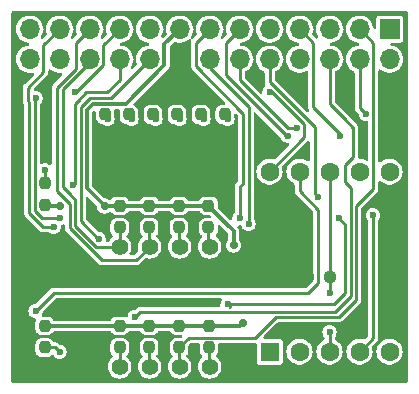
<source format=gbr>
%TF.GenerationSoftware,KiCad,Pcbnew,8.0.2-8.0.2-0~ubuntu24.04.1*%
%TF.CreationDate,2024-05-05T00:33:56+09:00*%
%TF.ProjectId,development_hat,64657665-6c6f-4706-9d65-6e745f686174,rev?*%
%TF.SameCoordinates,Original*%
%TF.FileFunction,Copper,L2,Bot*%
%TF.FilePolarity,Positive*%
%FSLAX46Y46*%
G04 Gerber Fmt 4.6, Leading zero omitted, Abs format (unit mm)*
G04 Created by KiCad (PCBNEW 8.0.2-8.0.2-0~ubuntu24.04.1) date 2024-05-05 00:33:56*
%MOMM*%
%LPD*%
G01*
G04 APERTURE LIST*
G04 Aperture macros list*
%AMRoundRect*
0 Rectangle with rounded corners*
0 $1 Rounding radius*
0 $2 $3 $4 $5 $6 $7 $8 $9 X,Y pos of 4 corners*
0 Add a 4 corners polygon primitive as box body*
4,1,4,$2,$3,$4,$5,$6,$7,$8,$9,$2,$3,0*
0 Add four circle primitives for the rounded corners*
1,1,$1+$1,$2,$3*
1,1,$1+$1,$4,$5*
1,1,$1+$1,$6,$7*
1,1,$1+$1,$8,$9*
0 Add four rect primitives between the rounded corners*
20,1,$1+$1,$2,$3,$4,$5,0*
20,1,$1+$1,$4,$5,$6,$7,0*
20,1,$1+$1,$6,$7,$8,$9,0*
20,1,$1+$1,$8,$9,$2,$3,0*%
G04 Aperture macros list end*
%TA.AperFunction,ComponentPad*%
%ADD10C,1.400000*%
%TD*%
%TA.AperFunction,ComponentPad*%
%ADD11C,1.600000*%
%TD*%
%TA.AperFunction,ComponentPad*%
%ADD12R,1.600000X1.600000*%
%TD*%
%TA.AperFunction,SMDPad,CuDef*%
%ADD13RoundRect,0.237500X-0.237500X0.250000X-0.237500X-0.250000X0.237500X-0.250000X0.237500X0.250000X0*%
%TD*%
%TA.AperFunction,SMDPad,CuDef*%
%ADD14RoundRect,0.237500X0.250000X0.237500X-0.250000X0.237500X-0.250000X-0.237500X0.250000X-0.237500X0*%
%TD*%
%TA.AperFunction,SMDPad,CuDef*%
%ADD15RoundRect,0.237500X0.237500X-0.250000X0.237500X0.250000X-0.237500X0.250000X-0.237500X-0.250000X0*%
%TD*%
%TA.AperFunction,ComponentPad*%
%ADD16R,1.700000X1.700000*%
%TD*%
%TA.AperFunction,ComponentPad*%
%ADD17O,1.700000X1.700000*%
%TD*%
%TA.AperFunction,ViaPad*%
%ADD18C,0.600000*%
%TD*%
%TA.AperFunction,ViaPad*%
%ADD19C,0.700000*%
%TD*%
%TA.AperFunction,Conductor*%
%ADD20C,0.250000*%
%TD*%
%TA.AperFunction,Conductor*%
%ADD21C,0.300000*%
%TD*%
G04 APERTURE END LIST*
D10*
%TO.P,SW1,1*%
%TO.N,/U15*%
X45720000Y-104775000D03*
%TO.P,SW1,2*%
%TO.N,/U14*%
X48260000Y-104775000D03*
%TO.P,SW1,3*%
%TO.N,/U13*%
X50800000Y-104775000D03*
%TO.P,SW1,4*%
%TO.N,/U12*%
X53340000Y-104775000D03*
%TO.P,SW1,5*%
%TO.N,GND*%
X53340000Y-97155000D03*
%TO.P,SW1,6*%
X50800000Y-97155000D03*
%TO.P,SW1,7*%
X48260000Y-97155000D03*
%TO.P,SW1,8*%
X45720000Y-97155000D03*
%TD*%
%TO.P,SW2,1*%
%TO.N,/W16*%
X45720000Y-114935000D03*
%TO.P,SW2,2*%
%TO.N,/W15*%
X48260000Y-114935000D03*
%TO.P,SW2,3*%
%TO.N,/W14*%
X50800000Y-114935000D03*
%TO.P,SW2,4*%
%TO.N,/W13*%
X53340000Y-114935000D03*
%TO.P,SW2,5*%
%TO.N,GND*%
X53340000Y-107315000D03*
%TO.P,SW2,6*%
X50800000Y-107315000D03*
%TO.P,SW2,7*%
X48260000Y-107315000D03*
%TO.P,SW2,8*%
X45720000Y-107315000D03*
%TD*%
D11*
%TO.P,U1,10,G*%
%TO.N,/R18*%
X58420000Y-98425000D03*
%TO.P,U1,9,F*%
%TO.N,/T12*%
X60960000Y-98425000D03*
%TO.P,U1,8,CC*%
%TO.N,Net-(R15-Pad1)*%
X63500000Y-98425000D03*
%TO.P,U1,7,A*%
%TO.N,/T14*%
X66040000Y-98425000D03*
%TO.P,U1,6,B*%
%TO.N,/T15*%
X68580000Y-98425000D03*
%TO.P,U1,5,DP*%
%TO.N,/R14*%
X68580000Y-113665000D03*
%TO.P,U1,4,C*%
%TO.N,/T17*%
X66040000Y-113665000D03*
%TO.P,U1,3,CC*%
%TO.N,Net-(R15-Pad1)*%
X63500000Y-113665000D03*
%TO.P,U1,2,D*%
%TO.N,/T10*%
X60960000Y-113665000D03*
D12*
%TO.P,U1,1,E*%
%TO.N,/T11*%
X58420000Y-113665000D03*
%TD*%
D13*
%TO.P,R9,1*%
%TO.N,Net-(D5-K)*%
X46506000Y-93575500D03*
%TO.P,R9,2*%
%TO.N,GND*%
X46506000Y-95400500D03*
%TD*%
%TO.P,R10,1*%
%TO.N,Net-(D6-K)*%
X44480000Y-93575500D03*
%TO.P,R10,2*%
%TO.N,GND*%
X44480000Y-95400500D03*
%TD*%
%TO.P,R4,1*%
%TO.N,+3.3V*%
X53250000Y-101322500D03*
%TO.P,R4,2*%
%TO.N,/U12*%
X53250000Y-103147500D03*
%TD*%
D14*
%TO.P,R15,1*%
%TO.N,Net-(R15-Pad1)*%
X63500000Y-107315000D03*
%TO.P,R15,2*%
%TO.N,GND*%
X61675000Y-107315000D03*
%TD*%
D13*
%TO.P,R13,1*%
%TO.N,+3.3V*%
X50770000Y-111482500D03*
%TO.P,R13,2*%
%TO.N,/W14*%
X50770000Y-113307500D03*
%TD*%
%TO.P,R6,1*%
%TO.N,Net-(D2-K)*%
X52584000Y-93575500D03*
%TO.P,R6,2*%
%TO.N,GND*%
X52584000Y-95400500D03*
%TD*%
%TO.P,R11,1*%
%TO.N,+3.3V*%
X45720000Y-111482500D03*
%TO.P,R11,2*%
%TO.N,/W16*%
X45720000Y-113307500D03*
%TD*%
%TO.P,R17,1*%
%TO.N,+3.3V*%
X39370000Y-111482500D03*
%TO.P,R17,2*%
%TO.N,/P14*%
X39370000Y-113307500D03*
%TD*%
%TO.P,R5,1*%
%TO.N,Net-(D1-K)*%
X54610000Y-93575500D03*
%TO.P,R5,2*%
%TO.N,GND*%
X54610000Y-95400500D03*
%TD*%
%TO.P,R3,1*%
%TO.N,+3.3V*%
X50740000Y-101322500D03*
%TO.P,R3,2*%
%TO.N,/U13*%
X50740000Y-103147500D03*
%TD*%
D15*
%TO.P,R16,1*%
%TO.N,+3.3V*%
X39370000Y-101242500D03*
%TO.P,R16,2*%
%TO.N,/Y14*%
X39370000Y-99417500D03*
%TD*%
D13*
%TO.P,R1,1*%
%TO.N,+3.3V*%
X45720000Y-101322500D03*
%TO.P,R1,2*%
%TO.N,/U15*%
X45720000Y-103147500D03*
%TD*%
%TO.P,R7,1*%
%TO.N,Net-(D3-K)*%
X50558000Y-93575500D03*
%TO.P,R7,2*%
%TO.N,GND*%
X50558000Y-95400500D03*
%TD*%
%TO.P,R12,1*%
%TO.N,+3.3V*%
X48230000Y-111482500D03*
%TO.P,R12,2*%
%TO.N,/W15*%
X48230000Y-113307500D03*
%TD*%
%TO.P,R2,1*%
%TO.N,+3.3V*%
X48230000Y-101322500D03*
%TO.P,R2,2*%
%TO.N,/U14*%
X48230000Y-103147500D03*
%TD*%
%TO.P,R8,1*%
%TO.N,Net-(D4-K)*%
X48532000Y-93575500D03*
%TO.P,R8,2*%
%TO.N,GND*%
X48532000Y-95400500D03*
%TD*%
%TO.P,R14,1*%
%TO.N,+3.3V*%
X53280000Y-111482500D03*
%TO.P,R14,2*%
%TO.N,/W13*%
X53280000Y-113307500D03*
%TD*%
D16*
%TO.P,J1,1,Pin_1*%
%TO.N,/V17*%
X68580000Y-86360000D03*
D17*
%TO.P,J1,2,Pin_2*%
%TO.N,/V18*%
X68580000Y-88900000D03*
%TO.P,J1,3,Pin_3*%
%TO.N,/W14*%
X66040000Y-86360000D03*
%TO.P,J1,4,Pin_4*%
%TO.N,/Y14*%
X66040000Y-88900000D03*
%TO.P,J1,5,Pin_5*%
%TO.N,/V16*%
X63500000Y-86360000D03*
%TO.P,J1,6,Pin_6*%
%TO.N,/W16*%
X63500000Y-88900000D03*
%TO.P,J1,7,Pin_7*%
%TO.N,/T17*%
X60960000Y-86360000D03*
%TO.P,J1,8,Pin_8*%
%TO.N,/R18*%
X60960000Y-88900000D03*
%TO.P,J1,9,Pin_9*%
%TO.N,/V12*%
X58420000Y-86360000D03*
%TO.P,J1,10,Pin_10*%
%TO.N,/W13*%
X58420000Y-88900000D03*
%TO.P,J1,11,Pin_11*%
%TO.N,/T14*%
X55880000Y-86360000D03*
%TO.P,J1,12,Pin_12*%
%TO.N,/T15*%
X55880000Y-88900000D03*
%TO.P,J1,13,Pin_13*%
%TO.N,/T11*%
X53340000Y-86360000D03*
%TO.P,J1,14,Pin_14*%
%TO.N,/T10*%
X53340000Y-88900000D03*
%TO.P,J1,15,Pin_15*%
%TO.N,+3.3V*%
X50800000Y-86360000D03*
%TO.P,J1,16,Pin_16*%
%TO.N,GND*%
X50800000Y-88900000D03*
%TO.P,J1,17,Pin_17*%
%TO.N,/V15*%
X48260000Y-86360000D03*
%TO.P,J1,18,Pin_18*%
%TO.N,/W15*%
X48260000Y-88900000D03*
%TO.P,J1,19,Pin_19*%
%TO.N,/P14*%
X45720000Y-86360000D03*
%TO.P,J1,20,Pin_20*%
%TO.N,/R14*%
X45720000Y-88900000D03*
%TO.P,J1,21,Pin_21*%
%TO.N,/U14*%
X43180000Y-86360000D03*
%TO.P,J1,22,Pin_22*%
%TO.N,/U15*%
X43180000Y-88900000D03*
%TO.P,J1,23,Pin_23*%
%TO.N,/U13*%
X40640000Y-86360000D03*
%TO.P,J1,24,Pin_24*%
%TO.N,/V13*%
X40640000Y-88900000D03*
%TO.P,J1,25,Pin_25*%
%TO.N,/T12*%
X38100000Y-86360000D03*
%TO.P,J1,26,Pin_26*%
%TO.N,/U12*%
X38100000Y-88900000D03*
%TD*%
D18*
%TO.N,Net-(D1-K)*%
X54864000Y-93980000D03*
%TO.N,Net-(D2-K)*%
X52832000Y-93980000D03*
%TO.N,Net-(D3-K)*%
X50800000Y-93980000D03*
%TO.N,Net-(D4-K)*%
X48768000Y-93980000D03*
%TO.N,Net-(D5-K)*%
X46736000Y-93980000D03*
%TO.N,Net-(D6-K)*%
X44704000Y-93980000D03*
D19*
%TO.N,GND*%
X40386000Y-107315000D03*
D18*
X40750000Y-110250000D03*
D19*
X43693000Y-94996000D03*
D18*
X39500000Y-95500000D03*
%TO.N,/T15*%
X60706000Y-94742000D03*
%TO.N,/Y14*%
X66590001Y-93554675D03*
X39370000Y-98298000D03*
%TO.N,/T10*%
X56642000Y-102870000D03*
%TO.N,/W13*%
X62484000Y-100584000D03*
X54864000Y-109669000D03*
X64262000Y-102362000D03*
D19*
%TO.N,+3.3V*%
X56134000Y-111252000D03*
X40640000Y-101346000D03*
X55372000Y-104648000D03*
X44450000Y-101346000D03*
D18*
%TO.N,/R14*%
X41793000Y-99568000D03*
%TO.N,/R18*%
X58420000Y-91694000D03*
%TO.N,/U13*%
X40132000Y-103124000D03*
%TO.N,/W16*%
X46990000Y-110744000D03*
%TO.N,/P14*%
X41910000Y-91694000D03*
X40640000Y-113665000D03*
%TO.N,/U12*%
X40640000Y-102362000D03*
X38608000Y-92202000D03*
%TO.N,/T11*%
X55880000Y-102362000D03*
%TO.N,/W15*%
X43942000Y-104100500D03*
%TO.N,/T17*%
X64394116Y-95367000D03*
X67165000Y-102108000D03*
%TO.N,/T14*%
X59944000Y-95367000D03*
%TO.N,/T12*%
X38608000Y-110236000D03*
%TO.N,Net-(R15-Pad1)*%
X63500000Y-108712000D03*
X63500000Y-112014000D03*
%TD*%
D20*
%TO.N,Net-(D1-K)*%
X54864000Y-93829500D02*
X54610000Y-93575500D01*
X54864000Y-93980000D02*
X54864000Y-93829500D01*
%TO.N,Net-(D2-K)*%
X52832000Y-93980000D02*
X52832000Y-93823500D01*
X52832000Y-93823500D02*
X52584000Y-93575500D01*
%TO.N,Net-(D3-K)*%
X50800000Y-93817500D02*
X50558000Y-93575500D01*
X50800000Y-93980000D02*
X50800000Y-93817500D01*
%TO.N,Net-(D4-K)*%
X48768000Y-93811500D02*
X48532000Y-93575500D01*
X48768000Y-93980000D02*
X48768000Y-93811500D01*
%TO.N,Net-(D5-K)*%
X46736000Y-93980000D02*
X46736000Y-93805500D01*
X46736000Y-93805500D02*
X46506000Y-93575500D01*
%TO.N,Net-(D6-K)*%
X44704000Y-93799500D02*
X44480000Y-93575500D01*
X44704000Y-93980000D02*
X44704000Y-93799500D01*
D21*
%TO.N,GND*%
X44097500Y-95400500D02*
X43693000Y-94996000D01*
X59436000Y-107315000D02*
X61675000Y-107315000D01*
X51650000Y-93726000D02*
X51650000Y-96305000D01*
X51650000Y-89750000D02*
X51650000Y-93726000D01*
X51650000Y-93726000D02*
X51650000Y-95312500D01*
X51650000Y-96305000D02*
X50800000Y-97155000D01*
X44480000Y-95400500D02*
X44097500Y-95400500D01*
X44480000Y-95400500D02*
X51562000Y-95400500D01*
X51562000Y-95400500D02*
X54610000Y-95400500D01*
X51650000Y-95312500D02*
X51562000Y-95400500D01*
X50800000Y-88900000D02*
X51650000Y-89750000D01*
X45720000Y-107315000D02*
X40386000Y-107315000D01*
X45720000Y-107315000D02*
X59436000Y-107315000D01*
D20*
%TO.N,/T15*%
X55880000Y-90678000D02*
X59944000Y-94742000D01*
X60706000Y-94742000D02*
X59944000Y-94742000D01*
X55880000Y-88900000D02*
X55880000Y-90678000D01*
%TO.N,/Y14*%
X66040000Y-93004674D02*
X66040000Y-88900000D01*
X39370000Y-98298000D02*
X39370000Y-99417500D01*
X66590001Y-93554675D02*
X66040000Y-93004674D01*
%TO.N,/T10*%
X53340000Y-88900000D02*
X53340000Y-89662000D01*
X53340000Y-89662000D02*
X56388000Y-92710000D01*
X56642000Y-99568000D02*
X56642000Y-102870000D01*
X56642000Y-92964000D02*
X56642000Y-99568000D01*
X56388000Y-92710000D02*
X56642000Y-92964000D01*
%TO.N,/W13*%
X53280000Y-113307500D02*
X53280000Y-114875000D01*
X63871000Y-109669000D02*
X64828000Y-108712000D01*
X64828000Y-102928000D02*
X64262000Y-102362000D01*
X55039000Y-109844000D02*
X54864000Y-109669000D01*
X54864000Y-109669000D02*
X63871000Y-109669000D01*
X53280000Y-114875000D02*
X53340000Y-114935000D01*
X62230000Y-94620116D02*
X62230000Y-100330000D01*
X58420000Y-88900000D02*
X58420000Y-90810116D01*
X62230000Y-100330000D02*
X62484000Y-100584000D01*
X58420000Y-90810116D02*
X62230000Y-94620116D01*
X64828000Y-102928000D02*
X64828000Y-108712000D01*
D21*
%TO.N,+3.3V*%
X42943000Y-93201000D02*
X42943000Y-99568000D01*
X49510000Y-87650000D02*
X49510000Y-89417767D01*
X40640000Y-101346000D02*
X39473500Y-101346000D01*
X44473500Y-101322500D02*
X44450000Y-101346000D01*
X55372000Y-103444500D02*
X55372000Y-104648000D01*
X53280000Y-111482500D02*
X55903500Y-111482500D01*
X45720000Y-101322500D02*
X44473500Y-101322500D01*
X42943000Y-99839000D02*
X42943000Y-99568000D01*
X49510000Y-89417767D02*
X46239767Y-92688000D01*
X39473500Y-101346000D02*
X39370000Y-101242500D01*
X53280000Y-111482500D02*
X39370000Y-111482500D01*
X50800000Y-86360000D02*
X49510000Y-87650000D01*
X43456000Y-92688000D02*
X42943000Y-93201000D01*
X53250000Y-101322500D02*
X55372000Y-103444500D01*
X45720000Y-101322500D02*
X53250000Y-101322500D01*
X55903500Y-111482500D02*
X56134000Y-111252000D01*
X44450000Y-101346000D02*
X42943000Y-99839000D01*
X46239767Y-92688000D02*
X43456000Y-92688000D01*
D20*
%TO.N,/R14*%
X42164000Y-92456000D02*
X41910000Y-92710000D01*
X42907000Y-91713000D02*
X42164000Y-92456000D01*
X41910000Y-92710000D02*
X41910000Y-93726000D01*
X45720000Y-88900000D02*
X45720000Y-90678000D01*
X45720000Y-90678000D02*
X44685000Y-91713000D01*
X41910000Y-99451000D02*
X41793000Y-99568000D01*
X43568000Y-91713000D02*
X42907000Y-91713000D01*
X41910000Y-93726000D02*
X41910000Y-99451000D01*
X44685000Y-91713000D02*
X43568000Y-91713000D01*
%TO.N,/R18*%
X61331000Y-95514000D02*
X61331000Y-94357512D01*
X61331000Y-94357512D02*
X58667488Y-91694000D01*
X58667488Y-91694000D02*
X58420000Y-91694000D01*
X58420000Y-98425000D02*
X61331000Y-95514000D01*
%TO.N,/U13*%
X40132000Y-103124000D02*
X39254816Y-103124000D01*
X50740000Y-104715000D02*
X50800000Y-104775000D01*
X39275000Y-87725000D02*
X40640000Y-86360000D01*
X39254816Y-103124000D02*
X38070000Y-101939184D01*
X37983000Y-91303000D02*
X39275000Y-90011000D01*
X38070000Y-92543000D02*
X37983000Y-92456000D01*
X37983000Y-92456000D02*
X37983000Y-91303000D01*
X50740000Y-103147500D02*
X50740000Y-104715000D01*
X39275000Y-90011000D02*
X39275000Y-87725000D01*
X38070000Y-101939184D02*
X38070000Y-92543000D01*
%TO.N,/W16*%
X63950000Y-110294000D02*
X65278000Y-108966000D01*
X65524000Y-97145000D02*
X65524000Y-94708422D01*
X64770000Y-99314000D02*
X64770000Y-97899000D01*
X64770000Y-97899000D02*
X65524000Y-97145000D01*
X65278000Y-108966000D02*
X65278000Y-99822000D01*
X47440000Y-110294000D02*
X63950000Y-110294000D01*
X45720000Y-113307500D02*
X45720000Y-114935000D01*
X46990000Y-110744000D02*
X47440000Y-110294000D01*
X65278000Y-99822000D02*
X64770000Y-99314000D01*
X65524000Y-94708422D02*
X64782789Y-93967211D01*
X64782789Y-93967211D02*
X63500000Y-92684423D01*
X63500000Y-92684423D02*
X63500000Y-88900000D01*
%TO.N,/P14*%
X40282500Y-113307500D02*
X40640000Y-113665000D01*
X39370000Y-113307500D02*
X40282500Y-113307500D01*
X44355000Y-89386701D02*
X42047701Y-91694000D01*
X44355000Y-87725000D02*
X44355000Y-89386701D01*
X42047701Y-91694000D02*
X41910000Y-91694000D01*
X45720000Y-86360000D02*
X44355000Y-87725000D01*
%TO.N,/W14*%
X65728000Y-109278000D02*
X65728000Y-101346000D01*
X65728000Y-101346000D02*
X67215000Y-99859000D01*
X51582500Y-112495000D02*
X57177000Y-112495000D01*
X50770000Y-114905000D02*
X50800000Y-114935000D01*
X50770000Y-113307500D02*
X51582500Y-112495000D01*
X67215000Y-87535000D02*
X66040000Y-86360000D01*
X58928000Y-110744000D02*
X64262000Y-110744000D01*
X64262000Y-110744000D02*
X65728000Y-109278000D01*
X57177000Y-112495000D02*
X58928000Y-110744000D01*
X67215000Y-99859000D02*
X67215000Y-87535000D01*
X50770000Y-113307500D02*
X50770000Y-114905000D01*
%TO.N,/U12*%
X53250000Y-103147500D02*
X53250000Y-104685000D01*
X53250000Y-104685000D02*
X53340000Y-104775000D01*
X40640000Y-102362000D02*
X39129212Y-102362000D01*
X39129212Y-102362000D02*
X38520000Y-101752788D01*
X38520000Y-101752788D02*
X38520000Y-92290000D01*
X38520000Y-92290000D02*
X38608000Y-92202000D01*
%TO.N,/T11*%
X53340000Y-86360000D02*
X52165000Y-87535000D01*
X52165000Y-87535000D02*
X52165000Y-89503000D01*
X52165000Y-89503000D02*
X56192000Y-93530000D01*
X55880000Y-99684000D02*
X56192000Y-99372000D01*
X55880000Y-102362000D02*
X55880000Y-99684000D01*
X56192000Y-93530000D02*
X56192000Y-99372000D01*
%TO.N,/U15*%
X43732616Y-104775000D02*
X45720000Y-104775000D01*
X40894000Y-99711564D02*
X41491415Y-100308979D01*
X43180000Y-88900000D02*
X43180000Y-89154000D01*
X43180000Y-89154000D02*
X40894000Y-91440000D01*
X40894000Y-91440000D02*
X40894000Y-93472000D01*
X41968000Y-100785564D02*
X41968000Y-102362000D01*
X45720000Y-103147500D02*
X45720000Y-104775000D01*
X40894000Y-93472000D02*
X40894000Y-99711564D01*
X41968000Y-103010384D02*
X43732616Y-104775000D01*
X41491415Y-100308979D02*
X41968000Y-100785564D01*
X41968000Y-102362000D02*
X41968000Y-103010384D01*
%TO.N,/W15*%
X48230000Y-114905000D02*
X48260000Y-114935000D01*
X42418000Y-92964000D02*
X42418000Y-102616000D01*
X48230000Y-113307500D02*
X48230000Y-114905000D01*
X43902500Y-104100500D02*
X43942000Y-104100500D01*
X43219000Y-92163000D02*
X42418000Y-92964000D01*
X42418000Y-102616000D02*
X43902500Y-104100500D01*
X48260000Y-88900000D02*
X44997000Y-92163000D01*
X44997000Y-92163000D02*
X43219000Y-92163000D01*
%TO.N,/T17*%
X67165000Y-112540000D02*
X67165000Y-102108000D01*
X64201058Y-95056942D02*
X64394116Y-95250000D01*
X62135000Y-92990884D02*
X64394116Y-95250000D01*
X62135000Y-92990884D02*
X64201058Y-95056942D01*
X66040000Y-113665000D02*
X67165000Y-112540000D01*
X64394116Y-95250000D02*
X64394116Y-95367000D01*
X60960000Y-86360000D02*
X62135000Y-87535000D01*
X62135000Y-87535000D02*
X62135000Y-92990884D01*
%TO.N,/T14*%
X58928000Y-94488000D02*
X54705000Y-90265000D01*
X54705000Y-90265000D02*
X54705000Y-87535000D01*
X54705000Y-87535000D02*
X55880000Y-86360000D01*
X59690000Y-95250000D02*
X58928000Y-94488000D01*
X58928000Y-94488000D02*
X59807000Y-95367000D01*
%TO.N,/U14*%
X48230000Y-104745000D02*
X48260000Y-104775000D01*
X48230000Y-103147500D02*
X48230000Y-104745000D01*
X40386000Y-91311604D02*
X40386000Y-100066695D01*
X42005000Y-89692604D02*
X40386000Y-91311604D01*
X47117000Y-105918000D02*
X48260000Y-104775000D01*
X43180000Y-86360000D02*
X42005000Y-87535000D01*
X41518000Y-101198695D02*
X41518000Y-103196780D01*
X42005000Y-87535000D02*
X42005000Y-89692604D01*
X41518000Y-103196780D02*
X44239220Y-105918000D01*
X44239220Y-105918000D02*
X47117000Y-105918000D01*
X40386000Y-100066695D02*
X41518000Y-101198695D01*
%TO.N,/T12*%
X62537500Y-107812788D02*
X62537500Y-101653500D01*
X60960000Y-100076000D02*
X60960000Y-98425000D01*
X62537500Y-101653500D02*
X60960000Y-100076000D01*
X40894000Y-108712000D02*
X40132000Y-108712000D01*
X40132000Y-108712000D02*
X38608000Y-110236000D01*
X61638288Y-108712000D02*
X62537500Y-107812788D01*
X40894000Y-108712000D02*
X61638288Y-108712000D01*
%TO.N,Net-(R15-Pad1)*%
X63500000Y-98425000D02*
X63500000Y-107315000D01*
X63500000Y-113665000D02*
X63500000Y-112014000D01*
X63500000Y-107315000D02*
X63500000Y-108712000D01*
%TD*%
%TA.AperFunction,Conductor*%
%TO.N,GND*%
G36*
X54330512Y-109157185D02*
G01*
X54376267Y-109209989D01*
X54386211Y-109279147D01*
X54361849Y-109336986D01*
X54339464Y-109366157D01*
X54278956Y-109512237D01*
X54278955Y-109512239D01*
X54258318Y-109668998D01*
X54258318Y-109669000D01*
X54263908Y-109711464D01*
X54266127Y-109728314D01*
X54255362Y-109797350D01*
X54208982Y-109849606D01*
X54143188Y-109868500D01*
X47383982Y-109868500D01*
X47275763Y-109897497D01*
X47275760Y-109897498D01*
X47178737Y-109953515D01*
X47024293Y-110107958D01*
X46962969Y-110141442D01*
X46952798Y-110143215D01*
X46851931Y-110156494D01*
X46833238Y-110158956D01*
X46833237Y-110158956D01*
X46687160Y-110219463D01*
X46561718Y-110315718D01*
X46465463Y-110441160D01*
X46404956Y-110587237D01*
X46404956Y-110587238D01*
X46395218Y-110661204D01*
X46366951Y-110725100D01*
X46308626Y-110763571D01*
X46238762Y-110764402D01*
X46226789Y-110760373D01*
X46223658Y-110759138D01*
X46086077Y-110704883D01*
X46086076Y-110704882D01*
X46086074Y-110704882D01*
X45999619Y-110694500D01*
X45999618Y-110694500D01*
X45440382Y-110694500D01*
X45440381Y-110694500D01*
X45353925Y-110704882D01*
X45353924Y-110704882D01*
X45216339Y-110759139D01*
X45098499Y-110848499D01*
X45009137Y-110966342D01*
X45007772Y-110968771D01*
X45005942Y-110970556D01*
X45004013Y-110973100D01*
X45003631Y-110972810D01*
X44957759Y-111017560D01*
X44899685Y-111032000D01*
X40190315Y-111032000D01*
X40123276Y-111012315D01*
X40086174Y-110972957D01*
X40085987Y-110973100D01*
X40084663Y-110971354D01*
X40082228Y-110968771D01*
X40080862Y-110966342D01*
X39991500Y-110848499D01*
X39873660Y-110759139D01*
X39873658Y-110759138D01*
X39736077Y-110704883D01*
X39736076Y-110704882D01*
X39736074Y-110704882D01*
X39649619Y-110694500D01*
X39649618Y-110694500D01*
X39253639Y-110694500D01*
X39186600Y-110674815D01*
X39140845Y-110622011D01*
X39130901Y-110552853D01*
X39139078Y-110523047D01*
X39193044Y-110392762D01*
X39208784Y-110273198D01*
X39237050Y-110209304D01*
X39244030Y-110201716D01*
X40271929Y-109173819D01*
X40333252Y-109140334D01*
X40359610Y-109137500D01*
X40837982Y-109137500D01*
X54263473Y-109137500D01*
X54330512Y-109157185D01*
G37*
%TD.AperFunction*%
%TA.AperFunction,Conductor*%
G36*
X51720928Y-87175364D02*
G01*
X51774868Y-87219773D01*
X51796237Y-87286295D01*
X51779665Y-87351418D01*
X51768498Y-87370760D01*
X51768497Y-87370763D01*
X51739500Y-87478982D01*
X51739500Y-89446982D01*
X51739500Y-89559018D01*
X51768497Y-89667237D01*
X51824515Y-89764263D01*
X51824517Y-89764265D01*
X54636071Y-92575819D01*
X54669556Y-92637142D01*
X54664572Y-92706834D01*
X54622700Y-92762767D01*
X54557236Y-92787184D01*
X54548390Y-92787500D01*
X54330381Y-92787500D01*
X54243925Y-92797882D01*
X54243924Y-92797882D01*
X54106339Y-92852139D01*
X53988499Y-92941499D01*
X53899139Y-93059339D01*
X53844882Y-93196924D01*
X53844882Y-93196925D01*
X53834500Y-93283381D01*
X53834500Y-93867618D01*
X53844882Y-93954074D01*
X53844882Y-93954075D01*
X53899139Y-94091660D01*
X53988499Y-94209500D01*
X54106339Y-94298860D01*
X54106342Y-94298862D01*
X54243923Y-94353117D01*
X54291687Y-94358853D01*
X54330381Y-94363500D01*
X54330382Y-94363500D01*
X54340205Y-94363500D01*
X54407244Y-94383185D01*
X54429154Y-94403342D01*
X54429966Y-94402531D01*
X54435711Y-94408275D01*
X54435714Y-94408278D01*
X54435718Y-94408282D01*
X54561159Y-94504536D01*
X54707238Y-94565044D01*
X54785619Y-94575363D01*
X54863999Y-94585682D01*
X54864000Y-94585682D01*
X54864001Y-94585682D01*
X54916254Y-94578802D01*
X55020762Y-94565044D01*
X55166841Y-94504536D01*
X55292282Y-94408282D01*
X55388536Y-94282841D01*
X55449044Y-94136762D01*
X55469682Y-93980000D01*
X55449044Y-93823238D01*
X55394938Y-93692616D01*
X55385500Y-93645165D01*
X55385500Y-93624610D01*
X55405185Y-93557571D01*
X55457989Y-93511816D01*
X55527147Y-93501872D01*
X55590703Y-93530897D01*
X55597181Y-93536929D01*
X55730181Y-93669929D01*
X55763666Y-93731252D01*
X55766500Y-93757610D01*
X55766500Y-99144390D01*
X55746815Y-99211429D01*
X55730181Y-99232071D01*
X55539517Y-99422734D01*
X55539513Y-99422740D01*
X55483498Y-99519760D01*
X55483497Y-99519763D01*
X55454500Y-99627982D01*
X55454500Y-101887999D01*
X55434815Y-101955038D01*
X55428876Y-101963485D01*
X55355464Y-102059157D01*
X55294956Y-102205237D01*
X55294955Y-102205239D01*
X55274318Y-102361998D01*
X55274318Y-102362003D01*
X55279355Y-102400268D01*
X55268589Y-102469303D01*
X55222208Y-102521558D01*
X55154939Y-102540442D01*
X55088138Y-102519960D01*
X55068735Y-102504132D01*
X54061819Y-101497216D01*
X54028334Y-101435893D01*
X54025500Y-101409535D01*
X54025500Y-101030381D01*
X54015117Y-100943925D01*
X54015117Y-100943924D01*
X53996021Y-100895500D01*
X53960862Y-100806342D01*
X53932357Y-100768752D01*
X53871500Y-100688499D01*
X53753660Y-100599139D01*
X53753658Y-100599138D01*
X53616077Y-100544883D01*
X53616076Y-100544882D01*
X53616074Y-100544882D01*
X53529619Y-100534500D01*
X53529618Y-100534500D01*
X52970382Y-100534500D01*
X52970381Y-100534500D01*
X52883925Y-100544882D01*
X52883924Y-100544882D01*
X52746339Y-100599139D01*
X52628499Y-100688499D01*
X52539137Y-100806342D01*
X52537772Y-100808771D01*
X52535942Y-100810556D01*
X52534013Y-100813100D01*
X52533631Y-100812810D01*
X52487759Y-100857560D01*
X52429685Y-100872000D01*
X51560315Y-100872000D01*
X51493276Y-100852315D01*
X51456174Y-100812957D01*
X51455987Y-100813100D01*
X51454663Y-100811354D01*
X51452228Y-100808771D01*
X51450862Y-100806342D01*
X51361500Y-100688499D01*
X51243660Y-100599139D01*
X51243658Y-100599138D01*
X51106077Y-100544883D01*
X51106076Y-100544882D01*
X51106074Y-100544882D01*
X51019619Y-100534500D01*
X51019618Y-100534500D01*
X50460382Y-100534500D01*
X50460381Y-100534500D01*
X50373925Y-100544882D01*
X50373924Y-100544882D01*
X50236339Y-100599139D01*
X50118499Y-100688499D01*
X50029137Y-100806342D01*
X50027772Y-100808771D01*
X50025942Y-100810556D01*
X50024013Y-100813100D01*
X50023631Y-100812810D01*
X49977759Y-100857560D01*
X49919685Y-100872000D01*
X49050315Y-100872000D01*
X48983276Y-100852315D01*
X48946174Y-100812957D01*
X48945987Y-100813100D01*
X48944663Y-100811354D01*
X48942228Y-100808771D01*
X48940862Y-100806342D01*
X48851500Y-100688499D01*
X48733660Y-100599139D01*
X48733658Y-100599138D01*
X48596077Y-100544883D01*
X48596076Y-100544882D01*
X48596074Y-100544882D01*
X48509619Y-100534500D01*
X48509618Y-100534500D01*
X47950382Y-100534500D01*
X47950381Y-100534500D01*
X47863925Y-100544882D01*
X47863924Y-100544882D01*
X47726339Y-100599139D01*
X47608499Y-100688499D01*
X47519137Y-100806342D01*
X47517772Y-100808771D01*
X47515942Y-100810556D01*
X47514013Y-100813100D01*
X47513631Y-100812810D01*
X47467759Y-100857560D01*
X47409685Y-100872000D01*
X46540315Y-100872000D01*
X46473276Y-100852315D01*
X46436174Y-100812957D01*
X46435987Y-100813100D01*
X46434663Y-100811354D01*
X46432228Y-100808771D01*
X46430862Y-100806342D01*
X46341500Y-100688499D01*
X46223660Y-100599139D01*
X46223658Y-100599138D01*
X46086077Y-100544883D01*
X46086076Y-100544882D01*
X46086074Y-100544882D01*
X45999619Y-100534500D01*
X45999618Y-100534500D01*
X45440382Y-100534500D01*
X45440381Y-100534500D01*
X45353925Y-100544882D01*
X45353924Y-100544882D01*
X45216339Y-100599139D01*
X45098499Y-100688499D01*
X45014725Y-100798973D01*
X44958532Y-100840497D01*
X44888811Y-100845048D01*
X44833697Y-100816866D01*
X44822240Y-100806716D01*
X44822238Y-100806715D01*
X44682365Y-100733303D01*
X44528986Y-100695500D01*
X44528985Y-100695500D01*
X44487966Y-100695500D01*
X44420927Y-100675815D01*
X44400285Y-100659181D01*
X43429819Y-99688715D01*
X43396334Y-99627392D01*
X43393500Y-99601034D01*
X43393500Y-93438965D01*
X43413185Y-93371926D01*
X43429819Y-93351284D01*
X43492819Y-93288284D01*
X43554142Y-93254799D01*
X43623834Y-93259783D01*
X43679767Y-93301655D01*
X43704184Y-93367119D01*
X43704500Y-93375965D01*
X43704500Y-93867618D01*
X43714882Y-93954074D01*
X43714882Y-93954075D01*
X43769139Y-94091660D01*
X43858499Y-94209500D01*
X43976339Y-94298860D01*
X43976342Y-94298862D01*
X44113923Y-94353117D01*
X44193698Y-94362697D01*
X44257907Y-94390232D01*
X44269865Y-94402631D01*
X44269966Y-94402531D01*
X44275711Y-94408275D01*
X44275714Y-94408278D01*
X44275718Y-94408282D01*
X44401159Y-94504536D01*
X44547238Y-94565044D01*
X44625619Y-94575363D01*
X44703999Y-94585682D01*
X44704000Y-94585682D01*
X44704001Y-94585682D01*
X44756254Y-94578802D01*
X44860762Y-94565044D01*
X45006841Y-94504536D01*
X45132282Y-94408282D01*
X45228536Y-94282841D01*
X45289044Y-94136762D01*
X45309682Y-93980000D01*
X45289044Y-93823238D01*
X45264939Y-93765042D01*
X45255500Y-93717590D01*
X45255500Y-93283387D01*
X45255500Y-93283382D01*
X45254767Y-93277281D01*
X45266319Y-93208375D01*
X45313291Y-93156651D01*
X45377883Y-93138500D01*
X45608117Y-93138500D01*
X45675156Y-93158185D01*
X45720911Y-93210989D01*
X45731232Y-93277280D01*
X45730500Y-93283382D01*
X45730500Y-93283387D01*
X45730500Y-93867618D01*
X45740882Y-93954074D01*
X45740882Y-93954075D01*
X45795139Y-94091660D01*
X45884499Y-94209500D01*
X46002339Y-94298860D01*
X46002342Y-94298862D01*
X46139923Y-94353117D01*
X46226303Y-94363490D01*
X46290517Y-94391027D01*
X46301785Y-94402711D01*
X46301966Y-94402531D01*
X46307711Y-94408275D01*
X46307714Y-94408278D01*
X46307718Y-94408282D01*
X46433159Y-94504536D01*
X46579238Y-94565044D01*
X46657619Y-94575363D01*
X46735999Y-94585682D01*
X46736000Y-94585682D01*
X46736001Y-94585682D01*
X46788254Y-94578802D01*
X46892762Y-94565044D01*
X47038841Y-94504536D01*
X47164282Y-94408282D01*
X47260536Y-94282841D01*
X47321044Y-94136762D01*
X47341682Y-93980000D01*
X47321044Y-93823238D01*
X47290939Y-93750557D01*
X47281500Y-93703105D01*
X47281500Y-93283381D01*
X47756500Y-93283381D01*
X47756500Y-93867618D01*
X47766882Y-93954074D01*
X47766882Y-93954075D01*
X47821139Y-94091660D01*
X47910499Y-94209500D01*
X48028339Y-94298860D01*
X48028342Y-94298862D01*
X48165923Y-94353117D01*
X48213687Y-94358853D01*
X48252298Y-94363490D01*
X48252382Y-94363500D01*
X48256062Y-94363942D01*
X48255926Y-94365074D01*
X48317129Y-94387087D01*
X48333461Y-94403035D01*
X48333966Y-94402531D01*
X48339711Y-94408275D01*
X48339714Y-94408278D01*
X48339718Y-94408282D01*
X48465159Y-94504536D01*
X48611238Y-94565044D01*
X48689619Y-94575363D01*
X48767999Y-94585682D01*
X48768000Y-94585682D01*
X48768001Y-94585682D01*
X48820254Y-94578802D01*
X48924762Y-94565044D01*
X49070841Y-94504536D01*
X49196282Y-94408282D01*
X49292536Y-94282841D01*
X49353044Y-94136762D01*
X49373682Y-93980000D01*
X49353044Y-93823238D01*
X49341548Y-93795484D01*
X49316939Y-93736071D01*
X49307500Y-93688619D01*
X49307500Y-93283381D01*
X49782500Y-93283381D01*
X49782500Y-93867618D01*
X49792882Y-93954074D01*
X49792882Y-93954075D01*
X49847139Y-94091660D01*
X49936499Y-94209500D01*
X50054339Y-94298860D01*
X50054342Y-94298862D01*
X50191923Y-94353117D01*
X50278382Y-94363500D01*
X50278383Y-94363500D01*
X50282087Y-94363722D01*
X50281998Y-94365201D01*
X50343244Y-94383185D01*
X50365154Y-94403342D01*
X50365966Y-94402531D01*
X50371711Y-94408275D01*
X50371714Y-94408278D01*
X50371718Y-94408282D01*
X50497159Y-94504536D01*
X50643238Y-94565044D01*
X50721619Y-94575363D01*
X50799999Y-94585682D01*
X50800000Y-94585682D01*
X50800001Y-94585682D01*
X50852254Y-94578802D01*
X50956762Y-94565044D01*
X51102841Y-94504536D01*
X51228282Y-94408282D01*
X51324536Y-94282841D01*
X51385044Y-94136762D01*
X51405682Y-93980000D01*
X51385044Y-93823238D01*
X51351500Y-93742255D01*
X51342939Y-93721586D01*
X51333500Y-93674134D01*
X51333500Y-93283381D01*
X51808500Y-93283381D01*
X51808500Y-93867618D01*
X51818882Y-93954074D01*
X51818882Y-93954075D01*
X51873139Y-94091660D01*
X51962499Y-94209500D01*
X52080339Y-94298860D01*
X52080342Y-94298862D01*
X52217923Y-94353117D01*
X52265687Y-94358853D01*
X52304381Y-94363500D01*
X52304382Y-94363500D01*
X52308205Y-94363500D01*
X52375244Y-94383185D01*
X52397154Y-94403342D01*
X52397966Y-94402531D01*
X52403711Y-94408275D01*
X52403714Y-94408278D01*
X52403718Y-94408282D01*
X52529159Y-94504536D01*
X52675238Y-94565044D01*
X52753619Y-94575363D01*
X52831999Y-94585682D01*
X52832000Y-94585682D01*
X52832001Y-94585682D01*
X52884254Y-94578802D01*
X52988762Y-94565044D01*
X53134841Y-94504536D01*
X53260282Y-94408282D01*
X53356536Y-94282841D01*
X53417044Y-94136762D01*
X53437682Y-93980000D01*
X53417044Y-93823238D01*
X53383500Y-93742255D01*
X53368939Y-93707100D01*
X53359500Y-93659648D01*
X53359500Y-93283381D01*
X53349117Y-93196925D01*
X53349117Y-93196924D01*
X53338070Y-93168910D01*
X53294862Y-93059342D01*
X53294860Y-93059339D01*
X53205500Y-92941499D01*
X53087660Y-92852139D01*
X53087658Y-92852138D01*
X52950077Y-92797883D01*
X52950076Y-92797882D01*
X52950074Y-92797882D01*
X52863619Y-92787500D01*
X52863618Y-92787500D01*
X52304382Y-92787500D01*
X52304381Y-92787500D01*
X52217925Y-92797882D01*
X52217924Y-92797882D01*
X52080339Y-92852139D01*
X51962499Y-92941499D01*
X51873139Y-93059339D01*
X51818882Y-93196924D01*
X51818882Y-93196925D01*
X51808500Y-93283381D01*
X51333500Y-93283381D01*
X51323117Y-93196925D01*
X51323117Y-93196924D01*
X51312070Y-93168910D01*
X51268862Y-93059342D01*
X51268860Y-93059339D01*
X51179500Y-92941499D01*
X51061660Y-92852139D01*
X51061658Y-92852138D01*
X50924077Y-92797883D01*
X50924076Y-92797882D01*
X50924074Y-92797882D01*
X50837619Y-92787500D01*
X50837618Y-92787500D01*
X50278382Y-92787500D01*
X50278381Y-92787500D01*
X50191925Y-92797882D01*
X50191924Y-92797882D01*
X50054339Y-92852139D01*
X49936499Y-92941499D01*
X49847139Y-93059339D01*
X49792882Y-93196924D01*
X49792882Y-93196925D01*
X49782500Y-93283381D01*
X49307500Y-93283381D01*
X49297117Y-93196925D01*
X49297117Y-93196924D01*
X49286070Y-93168910D01*
X49242862Y-93059342D01*
X49242860Y-93059339D01*
X49153500Y-92941499D01*
X49035660Y-92852139D01*
X49035658Y-92852138D01*
X48898077Y-92797883D01*
X48898076Y-92797882D01*
X48898074Y-92797882D01*
X48811619Y-92787500D01*
X48811618Y-92787500D01*
X48252382Y-92787500D01*
X48252381Y-92787500D01*
X48165925Y-92797882D01*
X48165924Y-92797882D01*
X48028339Y-92852139D01*
X47910499Y-92941499D01*
X47821139Y-93059339D01*
X47766882Y-93196924D01*
X47766882Y-93196925D01*
X47756500Y-93283381D01*
X47281500Y-93283381D01*
X47271117Y-93196925D01*
X47271117Y-93196924D01*
X47260070Y-93168910D01*
X47216862Y-93059342D01*
X47216860Y-93059339D01*
X47127500Y-92941499D01*
X47009660Y-92852139D01*
X47009658Y-92852138D01*
X46972578Y-92837515D01*
X46917435Y-92794608D01*
X46894243Y-92728700D01*
X46910365Y-92660716D01*
X46930385Y-92634484D01*
X49870489Y-89694381D01*
X49929799Y-89591654D01*
X49936285Y-89567442D01*
X49936286Y-89567442D01*
X49936286Y-89567438D01*
X49960500Y-89477076D01*
X49960500Y-87887964D01*
X49980185Y-87820925D01*
X49996815Y-87800287D01*
X50312772Y-87484329D01*
X50374095Y-87450845D01*
X50443787Y-87455829D01*
X50445202Y-87456367D01*
X50483802Y-87471321D01*
X50693390Y-87510500D01*
X50693392Y-87510500D01*
X50906608Y-87510500D01*
X50906610Y-87510500D01*
X51116198Y-87471321D01*
X51315019Y-87394298D01*
X51496302Y-87282052D01*
X51588738Y-87197784D01*
X51651541Y-87167167D01*
X51720928Y-87175364D01*
G37*
%TD.AperFunction*%
%TA.AperFunction,Conductor*%
G36*
X39905703Y-89787467D02*
G01*
X39907986Y-89789496D01*
X39943698Y-89822052D01*
X40124981Y-89934298D01*
X40323802Y-90011321D01*
X40533390Y-90050500D01*
X40533392Y-90050500D01*
X40745993Y-90050500D01*
X40813032Y-90070185D01*
X40858787Y-90122989D01*
X40868731Y-90192147D01*
X40839706Y-90255703D01*
X40833674Y-90262181D01*
X40124737Y-90971119D01*
X40045517Y-91050338D01*
X40045513Y-91050344D01*
X39989498Y-91147364D01*
X39989497Y-91147367D01*
X39960500Y-91255586D01*
X39960500Y-97742745D01*
X39940815Y-97809784D01*
X39888011Y-97855539D01*
X39818853Y-97865483D01*
X39761014Y-97841121D01*
X39672842Y-97773464D01*
X39526762Y-97712956D01*
X39526760Y-97712955D01*
X39370001Y-97692318D01*
X39369999Y-97692318D01*
X39213239Y-97712955D01*
X39213234Y-97712957D01*
X39116952Y-97752838D01*
X39047483Y-97760307D01*
X38985004Y-97729031D01*
X38949352Y-97668942D01*
X38945500Y-97638277D01*
X38945500Y-92761090D01*
X38965185Y-92694051D01*
X38994010Y-92662717D01*
X39036282Y-92630282D01*
X39132536Y-92504841D01*
X39193044Y-92358762D01*
X39209008Y-92237500D01*
X39213682Y-92202001D01*
X39213682Y-92201998D01*
X39193044Y-92045239D01*
X39193044Y-92045238D01*
X39132536Y-91899159D01*
X39036282Y-91773718D01*
X38910841Y-91677464D01*
X38764762Y-91616956D01*
X38764760Y-91616955D01*
X38608001Y-91596318D01*
X38607993Y-91596318D01*
X38605591Y-91596634D01*
X38603566Y-91596318D01*
X38599873Y-91596318D01*
X38599873Y-91595741D01*
X38536556Y-91585863D01*
X38484304Y-91539479D01*
X38465424Y-91472209D01*
X38485910Y-91405410D01*
X38501729Y-91386018D01*
X39615485Y-90272263D01*
X39671503Y-90175237D01*
X39700500Y-90067018D01*
X39700500Y-89954982D01*
X39700500Y-89881180D01*
X39720185Y-89814141D01*
X39772989Y-89768386D01*
X39842147Y-89758442D01*
X39905703Y-89787467D01*
G37*
%TD.AperFunction*%
%TA.AperFunction,Conductor*%
G36*
X70054539Y-84855685D02*
G01*
X70100294Y-84908489D01*
X70111500Y-84960000D01*
X70111500Y-116208000D01*
X70091815Y-116275039D01*
X70039011Y-116320794D01*
X69987500Y-116332000D01*
X36692500Y-116332000D01*
X36625461Y-116312315D01*
X36579706Y-116259511D01*
X36568500Y-116208000D01*
X36568500Y-114935000D01*
X44714659Y-114935000D01*
X44733975Y-115131129D01*
X44791188Y-115319733D01*
X44884086Y-115493532D01*
X44884090Y-115493539D01*
X45009116Y-115645883D01*
X45161460Y-115770909D01*
X45161467Y-115770913D01*
X45335266Y-115863811D01*
X45335269Y-115863811D01*
X45335273Y-115863814D01*
X45523868Y-115921024D01*
X45720000Y-115940341D01*
X45916132Y-115921024D01*
X46104727Y-115863814D01*
X46278538Y-115770910D01*
X46430883Y-115645883D01*
X46555910Y-115493538D01*
X46648814Y-115319727D01*
X46706024Y-115131132D01*
X46725341Y-114935000D01*
X47254659Y-114935000D01*
X47273975Y-115131129D01*
X47331188Y-115319733D01*
X47424086Y-115493532D01*
X47424090Y-115493539D01*
X47549116Y-115645883D01*
X47701460Y-115770909D01*
X47701467Y-115770913D01*
X47875266Y-115863811D01*
X47875269Y-115863811D01*
X47875273Y-115863814D01*
X48063868Y-115921024D01*
X48260000Y-115940341D01*
X48456132Y-115921024D01*
X48644727Y-115863814D01*
X48818538Y-115770910D01*
X48970883Y-115645883D01*
X49095910Y-115493538D01*
X49188814Y-115319727D01*
X49246024Y-115131132D01*
X49265341Y-114935000D01*
X49246024Y-114738868D01*
X49188814Y-114550273D01*
X49188811Y-114550269D01*
X49188811Y-114550266D01*
X49095913Y-114376467D01*
X49095909Y-114376460D01*
X48970883Y-114224116D01*
X48855844Y-114129706D01*
X48816510Y-114071960D01*
X48814639Y-114002116D01*
X48846832Y-113946168D01*
X48851495Y-113941503D01*
X48851500Y-113941500D01*
X48940862Y-113823658D01*
X48995117Y-113686077D01*
X49005500Y-113599618D01*
X49005500Y-113015382D01*
X48995117Y-112928923D01*
X48940862Y-112791342D01*
X48940860Y-112791339D01*
X48851500Y-112673499D01*
X48733660Y-112584139D01*
X48733658Y-112584138D01*
X48596077Y-112529883D01*
X48596076Y-112529882D01*
X48596074Y-112529882D01*
X48509619Y-112519500D01*
X48509618Y-112519500D01*
X47950382Y-112519500D01*
X47950381Y-112519500D01*
X47863925Y-112529882D01*
X47863924Y-112529882D01*
X47726339Y-112584139D01*
X47608499Y-112673499D01*
X47519139Y-112791339D01*
X47464882Y-112928924D01*
X47464882Y-112928925D01*
X47454500Y-113015381D01*
X47454500Y-113599618D01*
X47464882Y-113686074D01*
X47464882Y-113686075D01*
X47464883Y-113686077D01*
X47518390Y-113821762D01*
X47519139Y-113823660D01*
X47608498Y-113941498D01*
X47608500Y-113941500D01*
X47615803Y-113947038D01*
X47631398Y-113958864D01*
X47672921Y-114015057D01*
X47677472Y-114084778D01*
X47643607Y-114145892D01*
X47635137Y-114153521D01*
X47549116Y-114224116D01*
X47424090Y-114376460D01*
X47424086Y-114376467D01*
X47331188Y-114550266D01*
X47273975Y-114738870D01*
X47254659Y-114935000D01*
X46725341Y-114935000D01*
X46706024Y-114738868D01*
X46648814Y-114550273D01*
X46648811Y-114550269D01*
X46648811Y-114550266D01*
X46555913Y-114376467D01*
X46555909Y-114376460D01*
X46430883Y-114224116D01*
X46330454Y-114141696D01*
X46291120Y-114083950D01*
X46289249Y-114014106D01*
X46325437Y-113954337D01*
X46334185Y-113947046D01*
X46341500Y-113941500D01*
X46430862Y-113823658D01*
X46485117Y-113686077D01*
X46495500Y-113599618D01*
X46495500Y-113015382D01*
X46485117Y-112928923D01*
X46430862Y-112791342D01*
X46430860Y-112791339D01*
X46341500Y-112673499D01*
X46223660Y-112584139D01*
X46223658Y-112584138D01*
X46086077Y-112529883D01*
X46086076Y-112529882D01*
X46086074Y-112529882D01*
X45999619Y-112519500D01*
X45999618Y-112519500D01*
X45440382Y-112519500D01*
X45440381Y-112519500D01*
X45353925Y-112529882D01*
X45353924Y-112529882D01*
X45216339Y-112584139D01*
X45098499Y-112673499D01*
X45009139Y-112791339D01*
X44954882Y-112928924D01*
X44954882Y-112928925D01*
X44944500Y-113015381D01*
X44944500Y-113599618D01*
X44954882Y-113686074D01*
X44954882Y-113686075D01*
X44954883Y-113686077D01*
X45008390Y-113821762D01*
X45009139Y-113823660D01*
X45098498Y-113941498D01*
X45098500Y-113941500D01*
X45103189Y-113945056D01*
X45105803Y-113947038D01*
X45147327Y-114003230D01*
X45151880Y-114072951D01*
X45118015Y-114134066D01*
X45109545Y-114141695D01*
X45009117Y-114224115D01*
X44884090Y-114376460D01*
X44884086Y-114376467D01*
X44791188Y-114550266D01*
X44733975Y-114738870D01*
X44714659Y-114935000D01*
X36568500Y-114935000D01*
X36568500Y-113015381D01*
X38594500Y-113015381D01*
X38594500Y-113599618D01*
X38604882Y-113686074D01*
X38604882Y-113686075D01*
X38604883Y-113686077D01*
X38658390Y-113821762D01*
X38659139Y-113823660D01*
X38748499Y-113941500D01*
X38861092Y-114026881D01*
X38866342Y-114030862D01*
X39003923Y-114085117D01*
X39061562Y-114092039D01*
X39090381Y-114095500D01*
X39090382Y-114095500D01*
X39649619Y-114095500D01*
X39671232Y-114092904D01*
X39736077Y-114085117D01*
X39873658Y-114030862D01*
X39958844Y-113966263D01*
X40024155Y-113941440D01*
X40092519Y-113955868D01*
X40132144Y-113989579D01*
X40211718Y-114093282D01*
X40337159Y-114189536D01*
X40483238Y-114250044D01*
X40561619Y-114260363D01*
X40639999Y-114270682D01*
X40640000Y-114270682D01*
X40640001Y-114270682D01*
X40692254Y-114263802D01*
X40796762Y-114250044D01*
X40942841Y-114189536D01*
X41068282Y-114093282D01*
X41164536Y-113967841D01*
X41225044Y-113821762D01*
X41242907Y-113686077D01*
X41245682Y-113665001D01*
X41245682Y-113664998D01*
X41225044Y-113508239D01*
X41225044Y-113508238D01*
X41164536Y-113362159D01*
X41068282Y-113236718D01*
X40942841Y-113140464D01*
X40796762Y-113079956D01*
X40769563Y-113076375D01*
X40677200Y-113064215D01*
X40613304Y-113035948D01*
X40605705Y-113028957D01*
X40543765Y-112967017D01*
X40543763Y-112967015D01*
X40446737Y-112910997D01*
X40338518Y-112882000D01*
X40338517Y-112882000D01*
X40201007Y-112882000D01*
X40133968Y-112862315D01*
X40088213Y-112809511D01*
X40085653Y-112803490D01*
X40080863Y-112791345D01*
X40080862Y-112791342D01*
X40080860Y-112791339D01*
X39991500Y-112673499D01*
X39873660Y-112584139D01*
X39873658Y-112584138D01*
X39736077Y-112529883D01*
X39736076Y-112529882D01*
X39736074Y-112529882D01*
X39649619Y-112519500D01*
X39649618Y-112519500D01*
X39090382Y-112519500D01*
X39090381Y-112519500D01*
X39003925Y-112529882D01*
X39003924Y-112529882D01*
X38866339Y-112584139D01*
X38748499Y-112673499D01*
X38659139Y-112791339D01*
X38604882Y-112928924D01*
X38604882Y-112928925D01*
X38594500Y-113015381D01*
X36568500Y-113015381D01*
X36568500Y-86359999D01*
X36944571Y-86359999D01*
X36944571Y-86360000D01*
X36964244Y-86572310D01*
X37022596Y-86777392D01*
X37022596Y-86777394D01*
X37117632Y-86968253D01*
X37226148Y-87111950D01*
X37246128Y-87138407D01*
X37403698Y-87282052D01*
X37584981Y-87394298D01*
X37783802Y-87471321D01*
X37980613Y-87508111D01*
X38042893Y-87539779D01*
X38078166Y-87600092D01*
X38075232Y-87669900D01*
X38035023Y-87727040D01*
X37980613Y-87751888D01*
X37783802Y-87788679D01*
X37783799Y-87788679D01*
X37783799Y-87788680D01*
X37584982Y-87865701D01*
X37584980Y-87865702D01*
X37403699Y-87977947D01*
X37246127Y-88121593D01*
X37117632Y-88291746D01*
X37022596Y-88482605D01*
X37022596Y-88482607D01*
X36964244Y-88687689D01*
X36944571Y-88899999D01*
X36944571Y-88900000D01*
X36964244Y-89112310D01*
X37022596Y-89317392D01*
X37022596Y-89317394D01*
X37117632Y-89508253D01*
X37246127Y-89678406D01*
X37246128Y-89678407D01*
X37403698Y-89822052D01*
X37584981Y-89934298D01*
X37783802Y-90011321D01*
X37993390Y-90050500D01*
X37993392Y-90050500D01*
X38206607Y-90050500D01*
X38206610Y-90050500D01*
X38338344Y-90025874D01*
X38407855Y-90032905D01*
X38462534Y-90076402D01*
X38485017Y-90142556D01*
X38468165Y-90210363D01*
X38448807Y-90235444D01*
X37721737Y-90962515D01*
X37642517Y-91041734D01*
X37642513Y-91041740D01*
X37586498Y-91138760D01*
X37586497Y-91138763D01*
X37557500Y-91246982D01*
X37557500Y-92399982D01*
X37557500Y-92512018D01*
X37574596Y-92575819D01*
X37586497Y-92620236D01*
X37586498Y-92620239D01*
X37627887Y-92691926D01*
X37644500Y-92753926D01*
X37644500Y-101995201D01*
X37673497Y-102103420D01*
X37673498Y-102103423D01*
X37676141Y-102108000D01*
X37729515Y-102200447D01*
X38993553Y-103464485D01*
X39090579Y-103520503D01*
X39198798Y-103549500D01*
X39310835Y-103549500D01*
X39657999Y-103549500D01*
X39725038Y-103569185D01*
X39733485Y-103575124D01*
X39829157Y-103648535D01*
X39829158Y-103648535D01*
X39829159Y-103648536D01*
X39975238Y-103709044D01*
X40053619Y-103719363D01*
X40131999Y-103729682D01*
X40132000Y-103729682D01*
X40132001Y-103729682D01*
X40184254Y-103722802D01*
X40288762Y-103709044D01*
X40434841Y-103648536D01*
X40560282Y-103552282D01*
X40656536Y-103426841D01*
X40717044Y-103280762D01*
X40733028Y-103159348D01*
X40737682Y-103124001D01*
X40736094Y-103111941D01*
X40731064Y-103073734D01*
X40741829Y-103004701D01*
X40788208Y-102952445D01*
X40806543Y-102942992D01*
X40921048Y-102895562D01*
X40990517Y-102888094D01*
X41052996Y-102919369D01*
X41088648Y-102979458D01*
X41092500Y-103010124D01*
X41092500Y-103140762D01*
X41092500Y-103252798D01*
X41121497Y-103361017D01*
X41177515Y-103458043D01*
X41177516Y-103458044D01*
X41177517Y-103458045D01*
X43894394Y-106174921D01*
X43894404Y-106174932D01*
X43898734Y-106179262D01*
X43898735Y-106179263D01*
X43977957Y-106258485D01*
X44074983Y-106314503D01*
X44183201Y-106343500D01*
X44183202Y-106343500D01*
X44183203Y-106343500D01*
X47173016Y-106343500D01*
X47173018Y-106343500D01*
X47281237Y-106314503D01*
X47378263Y-106258485D01*
X47866960Y-105769786D01*
X47928281Y-105736303D01*
X47990635Y-105738809D01*
X48014085Y-105745922D01*
X48063868Y-105761024D01*
X48260000Y-105780341D01*
X48456132Y-105761024D01*
X48644727Y-105703814D01*
X48818538Y-105610910D01*
X48970883Y-105485883D01*
X49095910Y-105333538D01*
X49153800Y-105225233D01*
X49188811Y-105159733D01*
X49188811Y-105159732D01*
X49188814Y-105159727D01*
X49246024Y-104971132D01*
X49265341Y-104775000D01*
X49794659Y-104775000D01*
X49813975Y-104971129D01*
X49871188Y-105159733D01*
X49964086Y-105333532D01*
X49964090Y-105333539D01*
X50089116Y-105485883D01*
X50241460Y-105610909D01*
X50241467Y-105610913D01*
X50415266Y-105703811D01*
X50415269Y-105703811D01*
X50415273Y-105703814D01*
X50603868Y-105761024D01*
X50800000Y-105780341D01*
X50996132Y-105761024D01*
X51184727Y-105703814D01*
X51358538Y-105610910D01*
X51510883Y-105485883D01*
X51635910Y-105333538D01*
X51693800Y-105225233D01*
X51728811Y-105159733D01*
X51728811Y-105159732D01*
X51728814Y-105159727D01*
X51786024Y-104971132D01*
X51805341Y-104775000D01*
X51786024Y-104578868D01*
X51728814Y-104390273D01*
X51728811Y-104390269D01*
X51728811Y-104390266D01*
X51635913Y-104216467D01*
X51635909Y-104216460D01*
X51510883Y-104064116D01*
X51378942Y-103955834D01*
X51339608Y-103898088D01*
X51337737Y-103828243D01*
X51358803Y-103785056D01*
X51361500Y-103781500D01*
X51450862Y-103663658D01*
X51505117Y-103526077D01*
X51515500Y-103439618D01*
X51515500Y-102855382D01*
X51505117Y-102768923D01*
X51450862Y-102631342D01*
X51450860Y-102631339D01*
X51361500Y-102513499D01*
X51243660Y-102424139D01*
X51243658Y-102424138D01*
X51106077Y-102369883D01*
X51106076Y-102369882D01*
X51106074Y-102369882D01*
X51019619Y-102359500D01*
X51019618Y-102359500D01*
X50460382Y-102359500D01*
X50460381Y-102359500D01*
X50373925Y-102369882D01*
X50373924Y-102369882D01*
X50236339Y-102424139D01*
X50118499Y-102513499D01*
X50029139Y-102631339D01*
X49974882Y-102768924D01*
X49974882Y-102768925D01*
X49964500Y-102855381D01*
X49964500Y-103439618D01*
X49974882Y-103526074D01*
X49974882Y-103526075D01*
X50029139Y-103663660D01*
X50118500Y-103781501D01*
X50156990Y-103810689D01*
X50198513Y-103866881D01*
X50203064Y-103936602D01*
X50169199Y-103997716D01*
X50160729Y-104005345D01*
X50089116Y-104064116D01*
X49964090Y-104216460D01*
X49964086Y-104216467D01*
X49871188Y-104390266D01*
X49813975Y-104578870D01*
X49794659Y-104775000D01*
X49265341Y-104775000D01*
X49246024Y-104578868D01*
X49188814Y-104390273D01*
X49188811Y-104390269D01*
X49188811Y-104390266D01*
X49095913Y-104216467D01*
X49095909Y-104216460D01*
X48970883Y-104064116D01*
X48855844Y-103969706D01*
X48816510Y-103911960D01*
X48814639Y-103842116D01*
X48846832Y-103786168D01*
X48851495Y-103781503D01*
X48851500Y-103781500D01*
X48940862Y-103663658D01*
X48995117Y-103526077D01*
X49005500Y-103439618D01*
X49005500Y-102855382D01*
X48995117Y-102768923D01*
X48940862Y-102631342D01*
X48940860Y-102631339D01*
X48851500Y-102513499D01*
X48733660Y-102424139D01*
X48733658Y-102424138D01*
X48596077Y-102369883D01*
X48596076Y-102369882D01*
X48596074Y-102369882D01*
X48509619Y-102359500D01*
X48509618Y-102359500D01*
X47950382Y-102359500D01*
X47950381Y-102359500D01*
X47863925Y-102369882D01*
X47863924Y-102369882D01*
X47726339Y-102424139D01*
X47608499Y-102513499D01*
X47519139Y-102631339D01*
X47464882Y-102768924D01*
X47464882Y-102768925D01*
X47454500Y-102855381D01*
X47454500Y-103439618D01*
X47464882Y-103526074D01*
X47464882Y-103526075D01*
X47519139Y-103663660D01*
X47553554Y-103709043D01*
X47608500Y-103781500D01*
X47615803Y-103787038D01*
X47631398Y-103798864D01*
X47672921Y-103855057D01*
X47677472Y-103924778D01*
X47643607Y-103985892D01*
X47635137Y-103993521D01*
X47549116Y-104064116D01*
X47424090Y-104216460D01*
X47424086Y-104216467D01*
X47331188Y-104390266D01*
X47273975Y-104578870D01*
X47254659Y-104775000D01*
X47273976Y-104971132D01*
X47296190Y-105044365D01*
X47296813Y-105114232D01*
X47265210Y-105168040D01*
X46977069Y-105456182D01*
X46915749Y-105489666D01*
X46889390Y-105492500D01*
X46677825Y-105492500D01*
X46610786Y-105472815D01*
X46565031Y-105420011D01*
X46555087Y-105350853D01*
X46568467Y-105310047D01*
X46634085Y-105187283D01*
X46648814Y-105159727D01*
X46706024Y-104971132D01*
X46725341Y-104775000D01*
X46706024Y-104578868D01*
X46648814Y-104390273D01*
X46648811Y-104390269D01*
X46648811Y-104390266D01*
X46555913Y-104216467D01*
X46555909Y-104216460D01*
X46430883Y-104064116D01*
X46330454Y-103981696D01*
X46291120Y-103923950D01*
X46289249Y-103854106D01*
X46325437Y-103794337D01*
X46334185Y-103787046D01*
X46341500Y-103781500D01*
X46430862Y-103663658D01*
X46485117Y-103526077D01*
X46495500Y-103439618D01*
X46495500Y-102855382D01*
X46485117Y-102768923D01*
X46430862Y-102631342D01*
X46430860Y-102631339D01*
X46341500Y-102513499D01*
X46223660Y-102424139D01*
X46223658Y-102424138D01*
X46086077Y-102369883D01*
X46086076Y-102369882D01*
X46086074Y-102369882D01*
X45999619Y-102359500D01*
X45999618Y-102359500D01*
X45440382Y-102359500D01*
X45440381Y-102359500D01*
X45353925Y-102369882D01*
X45353924Y-102369882D01*
X45216339Y-102424139D01*
X45098499Y-102513499D01*
X45009139Y-102631339D01*
X44954882Y-102768924D01*
X44954882Y-102768925D01*
X44944500Y-102855381D01*
X44944500Y-103439618D01*
X44954882Y-103526074D01*
X44954882Y-103526075D01*
X45009139Y-103663660D01*
X45043554Y-103709043D01*
X45098500Y-103781500D01*
X45103189Y-103785056D01*
X45105803Y-103787038D01*
X45147327Y-103843230D01*
X45151880Y-103912951D01*
X45118015Y-103974066D01*
X45109545Y-103981695D01*
X45009117Y-104064115D01*
X44884090Y-104216460D01*
X44884088Y-104216463D01*
X44848016Y-104283952D01*
X44799054Y-104333797D01*
X44738657Y-104349500D01*
X44656295Y-104349500D01*
X44589256Y-104329815D01*
X44543501Y-104277011D01*
X44533356Y-104209314D01*
X44533588Y-104207556D01*
X44547682Y-104100500D01*
X44527044Y-103943738D01*
X44466536Y-103797659D01*
X44370282Y-103672218D01*
X44244841Y-103575964D01*
X44187665Y-103552281D01*
X44098762Y-103515456D01*
X44098760Y-103515455D01*
X43933943Y-103493757D01*
X43934403Y-103490259D01*
X43882889Y-103475133D01*
X43862247Y-103458499D01*
X42879819Y-102476071D01*
X42846334Y-102414748D01*
X42843500Y-102388390D01*
X42843500Y-100675965D01*
X42863185Y-100608926D01*
X42915989Y-100563171D01*
X42985147Y-100553227D01*
X43048703Y-100582252D01*
X43055177Y-100588280D01*
X43410819Y-100943923D01*
X43761952Y-101295056D01*
X43795437Y-101356379D01*
X43797367Y-101367790D01*
X43813763Y-101502819D01*
X43844348Y-101583464D01*
X43869780Y-101650523D01*
X43959517Y-101780530D01*
X44077760Y-101885283D01*
X44077762Y-101885284D01*
X44217634Y-101958696D01*
X44371014Y-101996500D01*
X44371015Y-101996500D01*
X44528985Y-101996500D01*
X44682365Y-101958696D01*
X44822238Y-101885284D01*
X44822237Y-101885284D01*
X44822240Y-101885283D01*
X44855013Y-101856249D01*
X44918246Y-101826527D01*
X44987509Y-101835711D01*
X45036044Y-101874139D01*
X45098499Y-101956500D01*
X45216339Y-102045860D01*
X45216342Y-102045862D01*
X45353923Y-102100117D01*
X45411562Y-102107039D01*
X45440381Y-102110500D01*
X45440382Y-102110500D01*
X45999619Y-102110500D01*
X46021232Y-102107904D01*
X46086077Y-102100117D01*
X46223658Y-102045862D01*
X46341500Y-101956500D01*
X46430862Y-101838658D01*
X46430863Y-101838654D01*
X46432228Y-101836229D01*
X46434057Y-101834443D01*
X46435987Y-101831900D01*
X46436368Y-101832189D01*
X46482241Y-101787440D01*
X46540315Y-101773000D01*
X47409685Y-101773000D01*
X47476724Y-101792685D01*
X47513825Y-101832042D01*
X47514013Y-101831900D01*
X47515336Y-101833645D01*
X47517772Y-101836229D01*
X47519137Y-101838657D01*
X47608499Y-101956500D01*
X47726339Y-102045860D01*
X47726342Y-102045862D01*
X47863923Y-102100117D01*
X47921562Y-102107039D01*
X47950381Y-102110500D01*
X47950382Y-102110500D01*
X48509619Y-102110500D01*
X48531232Y-102107904D01*
X48596077Y-102100117D01*
X48733658Y-102045862D01*
X48851500Y-101956500D01*
X48940862Y-101838658D01*
X48940863Y-101838654D01*
X48942228Y-101836229D01*
X48944057Y-101834443D01*
X48945987Y-101831900D01*
X48946368Y-101832189D01*
X48992241Y-101787440D01*
X49050315Y-101773000D01*
X49919685Y-101773000D01*
X49986724Y-101792685D01*
X50023825Y-101832042D01*
X50024013Y-101831900D01*
X50025336Y-101833645D01*
X50027772Y-101836229D01*
X50029137Y-101838657D01*
X50118499Y-101956500D01*
X50236339Y-102045860D01*
X50236342Y-102045862D01*
X50373923Y-102100117D01*
X50431562Y-102107039D01*
X50460381Y-102110500D01*
X50460382Y-102110500D01*
X51019619Y-102110500D01*
X51041232Y-102107904D01*
X51106077Y-102100117D01*
X51243658Y-102045862D01*
X51361500Y-101956500D01*
X51450862Y-101838658D01*
X51450863Y-101838654D01*
X51452228Y-101836229D01*
X51454057Y-101834443D01*
X51455987Y-101831900D01*
X51456368Y-101832189D01*
X51502241Y-101787440D01*
X51560315Y-101773000D01*
X52429685Y-101773000D01*
X52496724Y-101792685D01*
X52533825Y-101832042D01*
X52534013Y-101831900D01*
X52535336Y-101833645D01*
X52537772Y-101836229D01*
X52539137Y-101838657D01*
X52628499Y-101956500D01*
X52746339Y-102045860D01*
X52746342Y-102045862D01*
X52883923Y-102100117D01*
X52941562Y-102107039D01*
X52970381Y-102110500D01*
X52970382Y-102110500D01*
X53349535Y-102110500D01*
X53416574Y-102130185D01*
X53437216Y-102146819D01*
X53438216Y-102147819D01*
X53471701Y-102209142D01*
X53466717Y-102278834D01*
X53424845Y-102334767D01*
X53359381Y-102359184D01*
X53350535Y-102359500D01*
X52970381Y-102359500D01*
X52883925Y-102369882D01*
X52883924Y-102369882D01*
X52746339Y-102424139D01*
X52628499Y-102513499D01*
X52539139Y-102631339D01*
X52484882Y-102768924D01*
X52484882Y-102768925D01*
X52474500Y-102855381D01*
X52474500Y-103439618D01*
X52484882Y-103526074D01*
X52484882Y-103526075D01*
X52539139Y-103663660D01*
X52628499Y-103781500D01*
X52682582Y-103822512D01*
X52724105Y-103878704D01*
X52728657Y-103948426D01*
X52694792Y-104009540D01*
X52686322Y-104017169D01*
X52629116Y-104064116D01*
X52504090Y-104216460D01*
X52504086Y-104216467D01*
X52411188Y-104390266D01*
X52353975Y-104578870D01*
X52334659Y-104775000D01*
X52353975Y-104971129D01*
X52411188Y-105159733D01*
X52504086Y-105333532D01*
X52504090Y-105333539D01*
X52629116Y-105485883D01*
X52781460Y-105610909D01*
X52781467Y-105610913D01*
X52955266Y-105703811D01*
X52955269Y-105703811D01*
X52955273Y-105703814D01*
X53143868Y-105761024D01*
X53340000Y-105780341D01*
X53536132Y-105761024D01*
X53724727Y-105703814D01*
X53898538Y-105610910D01*
X54050883Y-105485883D01*
X54175910Y-105333538D01*
X54233800Y-105225233D01*
X54268811Y-105159733D01*
X54268811Y-105159732D01*
X54268814Y-105159727D01*
X54326024Y-104971132D01*
X54345341Y-104775000D01*
X54326024Y-104578868D01*
X54268814Y-104390273D01*
X54268811Y-104390269D01*
X54268811Y-104390266D01*
X54175913Y-104216467D01*
X54175909Y-104216460D01*
X54050883Y-104064116D01*
X53900450Y-103940659D01*
X53861116Y-103882913D01*
X53859245Y-103813069D01*
X53880311Y-103769881D01*
X53926445Y-103709044D01*
X53960862Y-103663658D01*
X54015117Y-103526077D01*
X54025500Y-103439618D01*
X54025500Y-103034465D01*
X54045185Y-102967426D01*
X54097989Y-102921671D01*
X54167147Y-102911727D01*
X54230703Y-102940752D01*
X54237181Y-102946784D01*
X54885181Y-103594784D01*
X54918666Y-103656107D01*
X54921500Y-103682465D01*
X54921500Y-104122240D01*
X54901815Y-104189279D01*
X54886153Y-104207556D01*
X54886491Y-104207856D01*
X54881515Y-104213472D01*
X54791781Y-104343475D01*
X54791780Y-104343476D01*
X54735762Y-104491181D01*
X54716722Y-104647999D01*
X54716722Y-104648000D01*
X54735762Y-104804818D01*
X54791780Y-104952523D01*
X54881517Y-105082530D01*
X54999760Y-105187283D01*
X54999762Y-105187284D01*
X55139634Y-105260696D01*
X55293014Y-105298500D01*
X55293015Y-105298500D01*
X55450985Y-105298500D01*
X55604365Y-105260696D01*
X55681551Y-105220185D01*
X55744240Y-105187283D01*
X55862483Y-105082530D01*
X55952220Y-104952523D01*
X56008237Y-104804818D01*
X56027278Y-104648000D01*
X56008237Y-104491182D01*
X55952220Y-104343477D01*
X55862483Y-104213470D01*
X55862479Y-104213466D01*
X55857509Y-104207856D01*
X55858953Y-104206576D01*
X55827145Y-104155860D01*
X55822500Y-104122240D01*
X55822500Y-103385193D01*
X55822500Y-103385191D01*
X55791799Y-103270614D01*
X55791799Y-103270613D01*
X55732489Y-103167886D01*
X55732483Y-103167880D01*
X55727542Y-103161440D01*
X55730268Y-103159348D01*
X55704382Y-103111941D01*
X55709366Y-103042249D01*
X55751238Y-102986316D01*
X55816702Y-102961899D01*
X55841731Y-102962643D01*
X55880000Y-102967682D01*
X55930265Y-102961064D01*
X55999298Y-102971829D01*
X56051554Y-103018208D01*
X56061010Y-103036550D01*
X56115413Y-103167889D01*
X56117464Y-103172841D01*
X56213718Y-103298282D01*
X56339159Y-103394536D01*
X56485238Y-103455044D01*
X56563619Y-103465363D01*
X56641999Y-103475682D01*
X56642000Y-103475682D01*
X56642001Y-103475682D01*
X56694254Y-103468802D01*
X56798762Y-103455044D01*
X56944841Y-103394536D01*
X57070282Y-103298282D01*
X57166536Y-103172841D01*
X57227044Y-103026762D01*
X57247682Y-102870000D01*
X57245757Y-102855381D01*
X57227044Y-102713239D01*
X57227044Y-102713238D01*
X57166536Y-102567159D01*
X57166535Y-102567158D01*
X57166535Y-102567157D01*
X57093124Y-102471485D01*
X57067930Y-102406315D01*
X57067500Y-102395999D01*
X57067500Y-98438449D01*
X57069459Y-98431774D01*
X57067500Y-98411550D01*
X57067500Y-93528610D01*
X57087185Y-93461571D01*
X57139989Y-93415816D01*
X57209147Y-93405872D01*
X57272703Y-93434897D01*
X57279181Y-93440929D01*
X59339352Y-95501100D01*
X59366232Y-95541328D01*
X59419464Y-95669841D01*
X59515718Y-95795282D01*
X59641159Y-95891536D01*
X59787238Y-95952044D01*
X59865619Y-95962363D01*
X59943999Y-95972682D01*
X59944000Y-95972682D01*
X59957914Y-95970850D01*
X60026949Y-95981615D01*
X60079205Y-96027995D01*
X60098091Y-96095263D01*
X60077611Y-96162064D01*
X60061781Y-96181470D01*
X58894061Y-97349189D01*
X58832738Y-97382674D01*
X58763046Y-97377690D01*
X58761587Y-97377135D01*
X58722460Y-97361977D01*
X58722457Y-97361976D01*
X58654051Y-97349189D01*
X58521976Y-97324500D01*
X58318024Y-97324500D01*
X58117544Y-97361976D01*
X58117541Y-97361976D01*
X58117541Y-97361977D01*
X57927364Y-97435651D01*
X57927357Y-97435655D01*
X57753960Y-97543017D01*
X57753958Y-97543019D01*
X57603237Y-97680418D01*
X57480327Y-97843178D01*
X57389422Y-98025739D01*
X57389417Y-98025752D01*
X57333602Y-98221917D01*
X57314971Y-98422991D01*
X57314452Y-98424296D01*
X57314971Y-98427008D01*
X57333602Y-98628082D01*
X57389417Y-98824247D01*
X57389422Y-98824260D01*
X57480327Y-99006821D01*
X57603237Y-99169581D01*
X57753958Y-99306980D01*
X57753960Y-99306982D01*
X57829807Y-99353944D01*
X57927363Y-99414348D01*
X58117544Y-99488024D01*
X58318024Y-99525500D01*
X58318026Y-99525500D01*
X58521974Y-99525500D01*
X58521976Y-99525500D01*
X58722456Y-99488024D01*
X58912637Y-99414348D01*
X59086041Y-99306981D01*
X59236764Y-99169579D01*
X59359673Y-99006821D01*
X59450582Y-98824250D01*
X59506397Y-98628083D01*
X59525215Y-98425000D01*
X59506397Y-98221917D01*
X59463970Y-98072803D01*
X59464556Y-98002940D01*
X59495553Y-97951193D01*
X61592821Y-95853926D01*
X61654142Y-95820443D01*
X61723834Y-95825427D01*
X61779767Y-95867299D01*
X61804184Y-95932763D01*
X61804500Y-95941609D01*
X61804500Y-97430893D01*
X61784815Y-97497932D01*
X61732011Y-97543687D01*
X61662853Y-97553631D01*
X61615223Y-97536320D01*
X61452642Y-97435655D01*
X61452635Y-97435651D01*
X61315884Y-97382674D01*
X61262456Y-97361976D01*
X61061976Y-97324500D01*
X60858024Y-97324500D01*
X60657544Y-97361976D01*
X60657541Y-97361976D01*
X60657541Y-97361977D01*
X60467364Y-97435651D01*
X60467357Y-97435655D01*
X60293960Y-97543017D01*
X60293958Y-97543019D01*
X60143237Y-97680418D01*
X60020327Y-97843178D01*
X59929422Y-98025739D01*
X59929417Y-98025752D01*
X59873602Y-98221917D01*
X59854785Y-98424999D01*
X59854785Y-98425000D01*
X59873602Y-98628082D01*
X59929417Y-98824247D01*
X59929422Y-98824260D01*
X60020327Y-99006821D01*
X60143237Y-99169581D01*
X60293958Y-99306980D01*
X60293960Y-99306982D01*
X60472237Y-99417366D01*
X60471375Y-99418756D01*
X60516998Y-99461041D01*
X60534500Y-99524555D01*
X60534500Y-100019982D01*
X60534500Y-100132018D01*
X60563497Y-100240237D01*
X60619515Y-100337263D01*
X60619517Y-100337265D01*
X62075681Y-101793429D01*
X62109166Y-101854752D01*
X62112000Y-101881110D01*
X62112000Y-107585178D01*
X62092315Y-107652217D01*
X62075681Y-107672859D01*
X61498359Y-108250181D01*
X61437036Y-108283666D01*
X61410678Y-108286500D01*
X40950018Y-108286500D01*
X40188018Y-108286500D01*
X40075981Y-108286500D01*
X39967763Y-108315497D01*
X39967761Y-108315498D01*
X39967760Y-108315498D01*
X39870740Y-108371513D01*
X39870734Y-108371517D01*
X38642293Y-109599957D01*
X38580970Y-109633442D01*
X38570798Y-109635215D01*
X38469931Y-109648494D01*
X38451238Y-109650956D01*
X38451237Y-109650956D01*
X38305160Y-109711463D01*
X38179718Y-109807718D01*
X38083463Y-109933160D01*
X38022956Y-110079237D01*
X38022955Y-110079239D01*
X38002318Y-110235998D01*
X38002318Y-110236001D01*
X38022955Y-110392760D01*
X38022956Y-110392762D01*
X38083464Y-110538841D01*
X38179718Y-110664282D01*
X38305159Y-110760536D01*
X38451238Y-110821044D01*
X38545931Y-110833510D01*
X38609827Y-110861776D01*
X38648298Y-110920101D01*
X38649130Y-110989965D01*
X38645100Y-111001938D01*
X38604883Y-111103921D01*
X38604882Y-111103925D01*
X38594500Y-111190381D01*
X38594500Y-111774618D01*
X38604882Y-111861074D01*
X38604882Y-111861075D01*
X38659139Y-111998660D01*
X38748499Y-112116500D01*
X38866339Y-112205860D01*
X38866342Y-112205862D01*
X39003923Y-112260117D01*
X39061562Y-112267039D01*
X39090381Y-112270500D01*
X39090382Y-112270500D01*
X39649619Y-112270500D01*
X39671232Y-112267904D01*
X39736077Y-112260117D01*
X39873658Y-112205862D01*
X39991500Y-112116500D01*
X40080862Y-111998658D01*
X40080863Y-111998654D01*
X40082228Y-111996229D01*
X40084057Y-111994443D01*
X40085987Y-111991900D01*
X40086368Y-111992189D01*
X40132241Y-111947440D01*
X40190315Y-111933000D01*
X44899685Y-111933000D01*
X44966724Y-111952685D01*
X45003825Y-111992042D01*
X45004013Y-111991900D01*
X45005336Y-111993645D01*
X45007772Y-111996229D01*
X45009137Y-111998657D01*
X45098499Y-112116500D01*
X45216339Y-112205860D01*
X45216342Y-112205862D01*
X45353923Y-112260117D01*
X45411562Y-112267039D01*
X45440381Y-112270500D01*
X45440382Y-112270500D01*
X45999619Y-112270500D01*
X46021232Y-112267904D01*
X46086077Y-112260117D01*
X46223658Y-112205862D01*
X46341500Y-112116500D01*
X46430862Y-111998658D01*
X46430863Y-111998654D01*
X46432228Y-111996229D01*
X46434057Y-111994443D01*
X46435987Y-111991900D01*
X46436368Y-111992189D01*
X46482241Y-111947440D01*
X46540315Y-111933000D01*
X47409685Y-111933000D01*
X47476724Y-111952685D01*
X47513825Y-111992042D01*
X47514013Y-111991900D01*
X47515336Y-111993645D01*
X47517772Y-111996229D01*
X47519137Y-111998657D01*
X47608499Y-112116500D01*
X47726339Y-112205860D01*
X47726342Y-112205862D01*
X47863923Y-112260117D01*
X47921562Y-112267039D01*
X47950381Y-112270500D01*
X47950382Y-112270500D01*
X48509619Y-112270500D01*
X48531232Y-112267904D01*
X48596077Y-112260117D01*
X48733658Y-112205862D01*
X48851500Y-112116500D01*
X48940862Y-111998658D01*
X48940863Y-111998654D01*
X48942228Y-111996229D01*
X48944057Y-111994443D01*
X48945987Y-111991900D01*
X48946368Y-111992189D01*
X48992241Y-111947440D01*
X49050315Y-111933000D01*
X49949685Y-111933000D01*
X50016724Y-111952685D01*
X50053825Y-111992042D01*
X50054013Y-111991900D01*
X50055336Y-111993645D01*
X50057772Y-111996229D01*
X50059137Y-111998657D01*
X50148499Y-112116500D01*
X50266339Y-112205860D01*
X50266342Y-112205862D01*
X50403923Y-112260117D01*
X50461562Y-112267039D01*
X50490381Y-112270500D01*
X50905890Y-112270500D01*
X50972929Y-112290185D01*
X51018684Y-112342989D01*
X51028628Y-112412147D01*
X50999603Y-112475703D01*
X50993571Y-112482181D01*
X50992571Y-112483181D01*
X50931248Y-112516666D01*
X50904890Y-112519500D01*
X50490381Y-112519500D01*
X50403925Y-112529882D01*
X50403924Y-112529882D01*
X50266339Y-112584139D01*
X50148499Y-112673499D01*
X50059139Y-112791339D01*
X50004882Y-112928924D01*
X50004882Y-112928925D01*
X49994500Y-113015381D01*
X49994500Y-113599618D01*
X50004882Y-113686074D01*
X50004882Y-113686075D01*
X50004883Y-113686077D01*
X50058390Y-113821762D01*
X50059139Y-113823660D01*
X50148498Y-113941498D01*
X50148500Y-113941500D01*
X50155803Y-113947038D01*
X50171398Y-113958864D01*
X50212921Y-114015057D01*
X50217472Y-114084778D01*
X50183607Y-114145892D01*
X50175137Y-114153521D01*
X50089116Y-114224116D01*
X49964090Y-114376460D01*
X49964086Y-114376467D01*
X49871188Y-114550266D01*
X49813975Y-114738870D01*
X49794659Y-114935000D01*
X49813975Y-115131129D01*
X49871188Y-115319733D01*
X49964086Y-115493532D01*
X49964090Y-115493539D01*
X50089116Y-115645883D01*
X50241460Y-115770909D01*
X50241467Y-115770913D01*
X50415266Y-115863811D01*
X50415269Y-115863811D01*
X50415273Y-115863814D01*
X50603868Y-115921024D01*
X50800000Y-115940341D01*
X50996132Y-115921024D01*
X51184727Y-115863814D01*
X51358538Y-115770910D01*
X51510883Y-115645883D01*
X51635910Y-115493538D01*
X51728814Y-115319727D01*
X51786024Y-115131132D01*
X51805341Y-114935000D01*
X51786024Y-114738868D01*
X51728814Y-114550273D01*
X51728811Y-114550269D01*
X51728811Y-114550266D01*
X51635913Y-114376467D01*
X51635909Y-114376460D01*
X51510883Y-114224116D01*
X51395844Y-114129706D01*
X51356510Y-114071960D01*
X51354639Y-114002116D01*
X51386832Y-113946168D01*
X51391495Y-113941503D01*
X51391500Y-113941500D01*
X51480862Y-113823658D01*
X51535117Y-113686077D01*
X51545500Y-113599618D01*
X51545500Y-113185110D01*
X51565185Y-113118071D01*
X51581819Y-113097429D01*
X51722429Y-112956819D01*
X51783752Y-112923334D01*
X51810110Y-112920500D01*
X52380500Y-112920500D01*
X52447539Y-112940185D01*
X52493294Y-112992989D01*
X52504500Y-113044500D01*
X52504500Y-113599618D01*
X52514882Y-113686074D01*
X52514882Y-113686075D01*
X52514883Y-113686077D01*
X52568390Y-113821762D01*
X52569139Y-113823660D01*
X52658500Y-113941501D01*
X52696990Y-113970689D01*
X52738513Y-114026881D01*
X52743064Y-114096602D01*
X52709199Y-114157716D01*
X52700729Y-114165345D01*
X52629116Y-114224116D01*
X52504090Y-114376460D01*
X52504086Y-114376467D01*
X52411188Y-114550266D01*
X52353975Y-114738870D01*
X52334659Y-114935000D01*
X52353975Y-115131129D01*
X52411188Y-115319733D01*
X52504086Y-115493532D01*
X52504090Y-115493539D01*
X52629116Y-115645883D01*
X52781460Y-115770909D01*
X52781467Y-115770913D01*
X52955266Y-115863811D01*
X52955269Y-115863811D01*
X52955273Y-115863814D01*
X53143868Y-115921024D01*
X53340000Y-115940341D01*
X53536132Y-115921024D01*
X53724727Y-115863814D01*
X53898538Y-115770910D01*
X54050883Y-115645883D01*
X54175910Y-115493538D01*
X54268814Y-115319727D01*
X54326024Y-115131132D01*
X54345341Y-114935000D01*
X54326024Y-114738868D01*
X54268814Y-114550273D01*
X54268811Y-114550269D01*
X54268811Y-114550266D01*
X54175913Y-114376467D01*
X54175909Y-114376460D01*
X54050883Y-114224116D01*
X53918942Y-114115834D01*
X53879608Y-114058088D01*
X53877737Y-113988243D01*
X53898803Y-113945056D01*
X53901500Y-113941500D01*
X53990862Y-113823658D01*
X54045117Y-113686077D01*
X54055500Y-113599618D01*
X54055500Y-113044500D01*
X54075185Y-112977461D01*
X54127989Y-112931706D01*
X54179500Y-112920500D01*
X57195500Y-112920500D01*
X57262539Y-112940185D01*
X57308294Y-112992989D01*
X57319500Y-113044500D01*
X57319500Y-114509856D01*
X57319502Y-114509882D01*
X57322413Y-114534987D01*
X57322415Y-114534991D01*
X57367793Y-114637764D01*
X57367794Y-114637765D01*
X57447235Y-114717206D01*
X57550009Y-114762585D01*
X57575135Y-114765500D01*
X59264864Y-114765499D01*
X59264879Y-114765497D01*
X59264882Y-114765497D01*
X59289987Y-114762586D01*
X59289988Y-114762585D01*
X59289991Y-114762585D01*
X59392765Y-114717206D01*
X59472206Y-114637765D01*
X59517585Y-114534991D01*
X59520500Y-114509865D01*
X59520499Y-113664999D01*
X59854785Y-113664999D01*
X59854785Y-113665000D01*
X59873602Y-113868082D01*
X59929417Y-114064247D01*
X59929422Y-114064260D01*
X60020327Y-114246821D01*
X60143237Y-114409581D01*
X60293958Y-114546980D01*
X60293960Y-114546982D01*
X60393141Y-114608392D01*
X60467363Y-114654348D01*
X60657544Y-114728024D01*
X60858024Y-114765500D01*
X60858026Y-114765500D01*
X61061974Y-114765500D01*
X61061976Y-114765500D01*
X61262456Y-114728024D01*
X61452637Y-114654348D01*
X61626041Y-114546981D01*
X61776764Y-114409579D01*
X61899673Y-114246821D01*
X61990582Y-114064250D01*
X62046397Y-113868083D01*
X62065215Y-113665000D01*
X62065215Y-113664999D01*
X62394785Y-113664999D01*
X62394785Y-113665000D01*
X62413602Y-113868082D01*
X62469417Y-114064247D01*
X62469422Y-114064260D01*
X62560327Y-114246821D01*
X62683237Y-114409581D01*
X62833958Y-114546980D01*
X62833960Y-114546982D01*
X62933141Y-114608392D01*
X63007363Y-114654348D01*
X63197544Y-114728024D01*
X63398024Y-114765500D01*
X63398026Y-114765500D01*
X63601974Y-114765500D01*
X63601976Y-114765500D01*
X63802456Y-114728024D01*
X63992637Y-114654348D01*
X64166041Y-114546981D01*
X64316764Y-114409579D01*
X64439673Y-114246821D01*
X64530582Y-114064250D01*
X64586397Y-113868083D01*
X64605215Y-113665000D01*
X64605215Y-113664999D01*
X64934785Y-113664999D01*
X64934785Y-113665000D01*
X64953602Y-113868082D01*
X65009417Y-114064247D01*
X65009422Y-114064260D01*
X65100327Y-114246821D01*
X65223237Y-114409581D01*
X65373958Y-114546980D01*
X65373960Y-114546982D01*
X65473141Y-114608392D01*
X65547363Y-114654348D01*
X65737544Y-114728024D01*
X65938024Y-114765500D01*
X65938026Y-114765500D01*
X66141974Y-114765500D01*
X66141976Y-114765500D01*
X66342456Y-114728024D01*
X66532637Y-114654348D01*
X66706041Y-114546981D01*
X66856764Y-114409579D01*
X66979673Y-114246821D01*
X67070582Y-114064250D01*
X67126397Y-113868083D01*
X67145215Y-113665000D01*
X67145215Y-113664999D01*
X67474785Y-113664999D01*
X67474785Y-113665000D01*
X67493602Y-113868082D01*
X67549417Y-114064247D01*
X67549422Y-114064260D01*
X67640327Y-114246821D01*
X67763237Y-114409581D01*
X67913958Y-114546980D01*
X67913960Y-114546982D01*
X68013141Y-114608392D01*
X68087363Y-114654348D01*
X68277544Y-114728024D01*
X68478024Y-114765500D01*
X68478026Y-114765500D01*
X68681974Y-114765500D01*
X68681976Y-114765500D01*
X68882456Y-114728024D01*
X69072637Y-114654348D01*
X69246041Y-114546981D01*
X69396764Y-114409579D01*
X69519673Y-114246821D01*
X69610582Y-114064250D01*
X69666397Y-113868083D01*
X69685215Y-113665000D01*
X69666397Y-113461917D01*
X69610582Y-113265750D01*
X69600747Y-113245999D01*
X69537047Y-113118071D01*
X69519673Y-113083179D01*
X69431949Y-112967013D01*
X69396762Y-112920418D01*
X69246041Y-112783019D01*
X69246039Y-112783017D01*
X69072642Y-112675655D01*
X69072635Y-112675651D01*
X68935884Y-112622674D01*
X68882456Y-112601976D01*
X68681976Y-112564500D01*
X68478024Y-112564500D01*
X68277544Y-112601976D01*
X68277541Y-112601976D01*
X68277541Y-112601977D01*
X68087364Y-112675651D01*
X68087357Y-112675655D01*
X67913960Y-112783017D01*
X67913958Y-112783019D01*
X67763237Y-112920418D01*
X67640327Y-113083178D01*
X67549422Y-113265739D01*
X67549417Y-113265752D01*
X67493602Y-113461917D01*
X67474785Y-113664999D01*
X67145215Y-113664999D01*
X67126397Y-113461917D01*
X67083970Y-113312803D01*
X67084556Y-113242939D01*
X67115553Y-113191192D01*
X67416053Y-112890693D01*
X67416058Y-112890689D01*
X67426261Y-112880485D01*
X67426263Y-112880485D01*
X67505485Y-112801263D01*
X67561503Y-112704237D01*
X67569163Y-112675651D01*
X67573562Y-112659236D01*
X67586005Y-112612794D01*
X67590500Y-112596019D01*
X67590500Y-112483982D01*
X67590500Y-102581999D01*
X67610185Y-102514960D01*
X67616110Y-102506531D01*
X67689536Y-102410841D01*
X67750044Y-102264762D01*
X67770682Y-102108000D01*
X67770079Y-102103423D01*
X67755832Y-101995201D01*
X67750044Y-101951238D01*
X67689536Y-101805159D01*
X67593282Y-101679718D01*
X67467841Y-101583464D01*
X67444051Y-101573610D01*
X67321762Y-101522956D01*
X67321760Y-101522955D01*
X67165001Y-101502318D01*
X67164999Y-101502318D01*
X67008239Y-101522955D01*
X67008237Y-101522956D01*
X66862160Y-101583463D01*
X66736718Y-101679718D01*
X66640463Y-101805160D01*
X66579956Y-101951237D01*
X66579955Y-101951239D01*
X66559318Y-102107998D01*
X66559318Y-102108001D01*
X66579955Y-102264760D01*
X66579956Y-102264762D01*
X66636084Y-102400268D01*
X66640464Y-102410841D01*
X66713877Y-102506515D01*
X66739070Y-102571681D01*
X66739500Y-102581999D01*
X66739500Y-112312390D01*
X66719815Y-112379429D01*
X66703181Y-112400071D01*
X66514062Y-112589189D01*
X66452739Y-112622674D01*
X66383047Y-112617690D01*
X66381588Y-112617135D01*
X66342461Y-112601977D01*
X66342456Y-112601976D01*
X66141976Y-112564500D01*
X65938024Y-112564500D01*
X65737544Y-112601976D01*
X65737541Y-112601976D01*
X65737541Y-112601977D01*
X65547364Y-112675651D01*
X65547357Y-112675655D01*
X65373960Y-112783017D01*
X65373958Y-112783019D01*
X65223237Y-112920418D01*
X65100327Y-113083178D01*
X65009422Y-113265739D01*
X65009417Y-113265752D01*
X64953602Y-113461917D01*
X64934785Y-113664999D01*
X64605215Y-113664999D01*
X64586397Y-113461917D01*
X64530582Y-113265750D01*
X64520747Y-113245999D01*
X64457047Y-113118071D01*
X64439673Y-113083179D01*
X64351949Y-112967013D01*
X64316762Y-112920418D01*
X64166041Y-112783019D01*
X64166039Y-112783017D01*
X63987763Y-112672634D01*
X63988620Y-112671248D01*
X63942987Y-112628934D01*
X63925500Y-112565444D01*
X63925500Y-112487999D01*
X63945185Y-112420960D01*
X63951110Y-112412531D01*
X64024536Y-112316841D01*
X64085044Y-112170762D01*
X64105682Y-112014000D01*
X64103662Y-111998660D01*
X64085044Y-111857239D01*
X64085044Y-111857238D01*
X64024536Y-111711159D01*
X63928282Y-111585718D01*
X63802841Y-111489464D01*
X63656762Y-111428956D01*
X63656760Y-111428955D01*
X63561686Y-111416439D01*
X63497789Y-111388172D01*
X63496924Y-111386860D01*
X63457064Y-111412477D01*
X63438314Y-111416439D01*
X63343239Y-111428955D01*
X63343237Y-111428956D01*
X63197160Y-111489463D01*
X63071718Y-111585718D01*
X62975463Y-111711160D01*
X62914956Y-111857237D01*
X62914955Y-111857239D01*
X62894318Y-112013998D01*
X62894318Y-112014001D01*
X62914955Y-112170760D01*
X62914956Y-112170762D01*
X62975464Y-112316841D01*
X63048877Y-112412515D01*
X63074070Y-112477681D01*
X63074500Y-112487999D01*
X63074500Y-112565444D01*
X63054815Y-112632483D01*
X63011447Y-112671359D01*
X63012237Y-112672634D01*
X62833960Y-112783017D01*
X62833958Y-112783019D01*
X62683237Y-112920418D01*
X62560327Y-113083178D01*
X62469422Y-113265739D01*
X62469417Y-113265752D01*
X62413602Y-113461917D01*
X62394785Y-113664999D01*
X62065215Y-113664999D01*
X62046397Y-113461917D01*
X61990582Y-113265750D01*
X61980747Y-113245999D01*
X61917047Y-113118071D01*
X61899673Y-113083179D01*
X61811949Y-112967013D01*
X61776762Y-112920418D01*
X61626041Y-112783019D01*
X61626039Y-112783017D01*
X61452642Y-112675655D01*
X61452635Y-112675651D01*
X61315884Y-112622674D01*
X61262456Y-112601976D01*
X61061976Y-112564500D01*
X60858024Y-112564500D01*
X60657544Y-112601976D01*
X60657541Y-112601976D01*
X60657541Y-112601977D01*
X60467364Y-112675651D01*
X60467357Y-112675655D01*
X60293960Y-112783017D01*
X60293958Y-112783019D01*
X60143237Y-112920418D01*
X60020327Y-113083178D01*
X59929422Y-113265739D01*
X59929417Y-113265752D01*
X59873602Y-113461917D01*
X59854785Y-113664999D01*
X59520499Y-113664999D01*
X59520499Y-112820136D01*
X59518311Y-112801265D01*
X59517586Y-112795012D01*
X59517585Y-112795010D01*
X59517585Y-112795009D01*
X59472206Y-112692235D01*
X59392765Y-112612794D01*
X59368267Y-112601977D01*
X59289992Y-112567415D01*
X59264868Y-112564500D01*
X59264865Y-112564500D01*
X58008609Y-112564500D01*
X57941570Y-112544815D01*
X57895815Y-112492011D01*
X57885871Y-112422853D01*
X57914896Y-112359297D01*
X57920928Y-112352819D01*
X58409052Y-111864696D01*
X59067929Y-111205819D01*
X59129252Y-111172334D01*
X59155610Y-111169500D01*
X63422129Y-111169500D01*
X63489168Y-111189185D01*
X63498142Y-111199542D01*
X63558765Y-111170981D01*
X63577871Y-111169500D01*
X64318016Y-111169500D01*
X64318018Y-111169500D01*
X64426237Y-111140503D01*
X64523263Y-111084485D01*
X66068485Y-109539263D01*
X66124503Y-109442237D01*
X66153500Y-109334018D01*
X66153500Y-109221982D01*
X66153500Y-101573610D01*
X66173185Y-101506571D01*
X66189819Y-101485929D01*
X66869409Y-100806339D01*
X67555485Y-100120263D01*
X67611503Y-100023237D01*
X67640500Y-99915018D01*
X67640500Y-99802981D01*
X67640500Y-99338523D01*
X67660185Y-99271484D01*
X67712989Y-99225729D01*
X67782147Y-99215785D01*
X67845703Y-99244810D01*
X67847993Y-99246845D01*
X67913959Y-99306981D01*
X67913961Y-99306982D01*
X67913962Y-99306983D01*
X67928414Y-99315931D01*
X68087363Y-99414348D01*
X68277544Y-99488024D01*
X68478024Y-99525500D01*
X68478026Y-99525500D01*
X68681974Y-99525500D01*
X68681976Y-99525500D01*
X68882456Y-99488024D01*
X69072637Y-99414348D01*
X69246041Y-99306981D01*
X69396764Y-99169579D01*
X69519673Y-99006821D01*
X69610582Y-98824250D01*
X69666397Y-98628083D01*
X69685215Y-98425000D01*
X69666397Y-98221917D01*
X69610582Y-98025750D01*
X69519673Y-97843179D01*
X69396764Y-97680421D01*
X69396762Y-97680418D01*
X69246041Y-97543019D01*
X69246039Y-97543017D01*
X69072642Y-97435655D01*
X69072635Y-97435651D01*
X68935884Y-97382674D01*
X68882456Y-97361976D01*
X68681976Y-97324500D01*
X68478024Y-97324500D01*
X68277544Y-97361976D01*
X68277541Y-97361976D01*
X68277541Y-97361977D01*
X68087364Y-97435651D01*
X68087357Y-97435655D01*
X67913960Y-97543017D01*
X67913957Y-97543019D01*
X67848038Y-97603113D01*
X67785234Y-97633730D01*
X67715847Y-97625532D01*
X67661907Y-97581122D01*
X67640539Y-97514600D01*
X67640500Y-97511476D01*
X67640500Y-89881180D01*
X67660185Y-89814141D01*
X67712989Y-89768386D01*
X67782147Y-89758442D01*
X67845703Y-89787467D01*
X67847986Y-89789496D01*
X67883698Y-89822052D01*
X68064981Y-89934298D01*
X68263802Y-90011321D01*
X68473390Y-90050500D01*
X68473392Y-90050500D01*
X68686608Y-90050500D01*
X68686610Y-90050500D01*
X68896198Y-90011321D01*
X69095019Y-89934298D01*
X69276302Y-89822052D01*
X69433872Y-89678407D01*
X69562366Y-89508255D01*
X69609162Y-89414276D01*
X69657403Y-89317394D01*
X69657403Y-89317393D01*
X69657405Y-89317389D01*
X69715756Y-89112310D01*
X69735429Y-88900000D01*
X69715756Y-88687690D01*
X69657405Y-88482611D01*
X69657403Y-88482606D01*
X69657403Y-88482605D01*
X69562367Y-88291746D01*
X69433872Y-88121593D01*
X69345546Y-88041073D01*
X69276302Y-87977948D01*
X69095019Y-87865702D01*
X69095017Y-87865701D01*
X68975039Y-87819222D01*
X68896198Y-87788679D01*
X68723456Y-87756387D01*
X68661176Y-87724719D01*
X68625903Y-87664407D01*
X68628837Y-87594599D01*
X68669046Y-87537459D01*
X68733764Y-87511128D01*
X68746233Y-87510499D01*
X69474864Y-87510499D01*
X69474879Y-87510497D01*
X69474882Y-87510497D01*
X69499987Y-87507586D01*
X69499988Y-87507585D01*
X69499991Y-87507585D01*
X69602765Y-87462206D01*
X69682206Y-87382765D01*
X69727585Y-87279991D01*
X69730500Y-87254865D01*
X69730499Y-85465136D01*
X69730497Y-85465117D01*
X69727586Y-85440012D01*
X69727585Y-85440010D01*
X69727585Y-85440009D01*
X69682206Y-85337235D01*
X69602765Y-85257794D01*
X69582124Y-85248680D01*
X69499992Y-85212415D01*
X69474865Y-85209500D01*
X67685143Y-85209500D01*
X67685117Y-85209502D01*
X67660012Y-85212413D01*
X67660008Y-85212415D01*
X67557235Y-85257793D01*
X67477794Y-85337234D01*
X67432415Y-85440006D01*
X67432415Y-85440008D01*
X67429500Y-85465131D01*
X67429500Y-86203946D01*
X67409815Y-86270985D01*
X67357011Y-86316740D01*
X67287853Y-86326684D01*
X67224297Y-86297659D01*
X67186523Y-86238881D01*
X67182029Y-86215387D01*
X67180969Y-86203946D01*
X67175756Y-86147690D01*
X67117405Y-85942611D01*
X67117403Y-85942606D01*
X67117403Y-85942605D01*
X67022367Y-85751746D01*
X66893872Y-85581593D01*
X66766133Y-85465143D01*
X66736302Y-85437948D01*
X66555019Y-85325702D01*
X66555017Y-85325701D01*
X66455608Y-85287190D01*
X66356198Y-85248679D01*
X66146610Y-85209500D01*
X65933390Y-85209500D01*
X65723802Y-85248679D01*
X65723799Y-85248679D01*
X65723799Y-85248680D01*
X65524982Y-85325701D01*
X65524980Y-85325702D01*
X65343699Y-85437947D01*
X65186127Y-85581593D01*
X65057632Y-85751746D01*
X64962596Y-85942605D01*
X64962596Y-85942607D01*
X64904244Y-86147689D01*
X64893471Y-86263951D01*
X64867685Y-86328888D01*
X64823130Y-86360804D01*
X64859503Y-86381668D01*
X64891693Y-86443681D01*
X64893471Y-86456048D01*
X64904244Y-86572310D01*
X64962596Y-86777392D01*
X64962596Y-86777394D01*
X65057632Y-86968253D01*
X65166148Y-87111950D01*
X65186128Y-87138407D01*
X65343698Y-87282052D01*
X65524981Y-87394298D01*
X65723802Y-87471321D01*
X65920613Y-87508111D01*
X65982893Y-87539779D01*
X66018166Y-87600092D01*
X66015232Y-87669900D01*
X65975023Y-87727040D01*
X65920613Y-87751888D01*
X65723802Y-87788679D01*
X65723799Y-87788679D01*
X65723799Y-87788680D01*
X65524982Y-87865701D01*
X65524980Y-87865702D01*
X65343699Y-87977947D01*
X65186127Y-88121593D01*
X65057632Y-88291746D01*
X64962596Y-88482605D01*
X64962596Y-88482607D01*
X64904244Y-88687689D01*
X64893471Y-88803951D01*
X64867685Y-88868888D01*
X64823130Y-88900804D01*
X64859503Y-88921668D01*
X64891693Y-88983681D01*
X64893471Y-88996048D01*
X64904244Y-89112310D01*
X64962596Y-89317392D01*
X64962596Y-89317394D01*
X65057632Y-89508253D01*
X65186127Y-89678406D01*
X65186128Y-89678407D01*
X65343698Y-89822052D01*
X65524981Y-89934298D01*
X65535290Y-89938291D01*
X65590692Y-89980860D01*
X65614285Y-90046626D01*
X65614500Y-90053919D01*
X65614500Y-92948656D01*
X65614500Y-93060692D01*
X65643497Y-93168911D01*
X65699515Y-93265937D01*
X65699517Y-93265939D01*
X65953958Y-93520380D01*
X65987443Y-93581703D01*
X65989216Y-93591875D01*
X66004957Y-93711436D01*
X66004957Y-93711437D01*
X66051266Y-93823238D01*
X66065465Y-93857516D01*
X66161719Y-93982957D01*
X66287160Y-94079211D01*
X66433239Y-94139719D01*
X66511620Y-94150038D01*
X66590000Y-94160357D01*
X66590001Y-94160357D01*
X66649315Y-94152548D01*
X66718350Y-94163313D01*
X66770606Y-94209693D01*
X66789500Y-94275487D01*
X66789500Y-97372072D01*
X66769815Y-97439111D01*
X66717011Y-97484866D01*
X66647853Y-97494810D01*
X66600223Y-97477499D01*
X66532642Y-97435655D01*
X66532635Y-97435651D01*
X66395884Y-97382674D01*
X66342456Y-97361976D01*
X66141976Y-97324500D01*
X66073500Y-97324500D01*
X66006461Y-97304815D01*
X65960706Y-97252011D01*
X65949500Y-97200500D01*
X65949500Y-94652406D01*
X65949500Y-94652404D01*
X65920503Y-94544185D01*
X65864485Y-94447159D01*
X65785263Y-94367937D01*
X65044052Y-93626726D01*
X65044051Y-93626725D01*
X63961819Y-92544493D01*
X63928334Y-92483170D01*
X63925500Y-92456812D01*
X63925500Y-90053919D01*
X63945185Y-89986880D01*
X63997989Y-89941125D01*
X64004687Y-89938300D01*
X64015019Y-89934298D01*
X64196302Y-89822052D01*
X64353872Y-89678407D01*
X64482366Y-89508255D01*
X64529162Y-89414276D01*
X64577403Y-89317394D01*
X64577403Y-89317393D01*
X64577405Y-89317389D01*
X64635756Y-89112310D01*
X64646529Y-88996047D01*
X64672315Y-88931111D01*
X64716869Y-88899194D01*
X64680497Y-88878331D01*
X64648307Y-88816318D01*
X64646529Y-88803951D01*
X64645849Y-88796613D01*
X64635756Y-88687690D01*
X64577405Y-88482611D01*
X64577403Y-88482606D01*
X64577403Y-88482605D01*
X64482367Y-88291746D01*
X64353872Y-88121593D01*
X64265546Y-88041073D01*
X64196302Y-87977948D01*
X64015019Y-87865702D01*
X64015017Y-87865701D01*
X63895039Y-87819222D01*
X63816198Y-87788679D01*
X63619385Y-87751888D01*
X63557106Y-87720221D01*
X63521833Y-87659908D01*
X63524767Y-87590100D01*
X63564976Y-87532960D01*
X63619384Y-87508111D01*
X63816198Y-87471321D01*
X64015019Y-87394298D01*
X64196302Y-87282052D01*
X64353872Y-87138407D01*
X64482366Y-86968255D01*
X64542866Y-86846753D01*
X64577403Y-86777394D01*
X64577403Y-86777393D01*
X64577405Y-86777389D01*
X64635756Y-86572310D01*
X64646529Y-86456047D01*
X64672315Y-86391111D01*
X64716869Y-86359194D01*
X64680497Y-86338331D01*
X64648307Y-86276318D01*
X64646529Y-86263951D01*
X64642029Y-86215387D01*
X64635756Y-86147690D01*
X64577405Y-85942611D01*
X64577403Y-85942606D01*
X64577403Y-85942605D01*
X64482367Y-85751746D01*
X64353872Y-85581593D01*
X64226133Y-85465143D01*
X64196302Y-85437948D01*
X64015019Y-85325702D01*
X64015017Y-85325701D01*
X63915608Y-85287190D01*
X63816198Y-85248679D01*
X63606610Y-85209500D01*
X63393390Y-85209500D01*
X63183802Y-85248679D01*
X63183799Y-85248679D01*
X63183799Y-85248680D01*
X62984982Y-85325701D01*
X62984980Y-85325702D01*
X62803699Y-85437947D01*
X62646127Y-85581593D01*
X62517632Y-85751746D01*
X62422596Y-85942605D01*
X62422596Y-85942607D01*
X62364244Y-86147689D01*
X62353471Y-86263951D01*
X62327685Y-86328888D01*
X62283130Y-86360804D01*
X62319503Y-86381668D01*
X62351693Y-86443681D01*
X62353471Y-86456048D01*
X62364244Y-86572310D01*
X62422596Y-86777392D01*
X62422596Y-86777394D01*
X62517632Y-86968253D01*
X62520179Y-86972366D01*
X62538732Y-87039727D01*
X62517922Y-87106426D01*
X62464356Y-87151285D01*
X62395039Y-87160063D01*
X62331981Y-87129973D01*
X62327069Y-87125321D01*
X62076025Y-86874277D01*
X62042540Y-86812954D01*
X62044439Y-86752664D01*
X62095756Y-86572310D01*
X62106529Y-86456047D01*
X62132315Y-86391111D01*
X62176869Y-86359194D01*
X62140497Y-86338331D01*
X62108307Y-86276318D01*
X62106529Y-86263951D01*
X62102029Y-86215387D01*
X62095756Y-86147690D01*
X62037405Y-85942611D01*
X62037403Y-85942606D01*
X62037403Y-85942605D01*
X61942367Y-85751746D01*
X61813872Y-85581593D01*
X61686133Y-85465143D01*
X61656302Y-85437948D01*
X61475019Y-85325702D01*
X61475017Y-85325701D01*
X61375608Y-85287190D01*
X61276198Y-85248679D01*
X61066610Y-85209500D01*
X60853390Y-85209500D01*
X60643802Y-85248679D01*
X60643799Y-85248679D01*
X60643799Y-85248680D01*
X60444982Y-85325701D01*
X60444980Y-85325702D01*
X60263699Y-85437947D01*
X60106127Y-85581593D01*
X59977632Y-85751746D01*
X59882596Y-85942605D01*
X59882596Y-85942607D01*
X59824244Y-86147689D01*
X59813471Y-86263951D01*
X59787685Y-86328888D01*
X59743130Y-86360804D01*
X59779503Y-86381668D01*
X59811693Y-86443681D01*
X59813471Y-86456048D01*
X59824244Y-86572310D01*
X59882596Y-86777392D01*
X59882596Y-86777394D01*
X59977632Y-86968253D01*
X60086148Y-87111950D01*
X60106128Y-87138407D01*
X60263698Y-87282052D01*
X60444981Y-87394298D01*
X60643802Y-87471321D01*
X60840613Y-87508111D01*
X60902893Y-87539779D01*
X60938166Y-87600092D01*
X60935232Y-87669900D01*
X60895023Y-87727040D01*
X60840613Y-87751888D01*
X60643802Y-87788679D01*
X60643799Y-87788679D01*
X60643799Y-87788680D01*
X60444982Y-87865701D01*
X60444980Y-87865702D01*
X60263699Y-87977947D01*
X60106127Y-88121593D01*
X59977632Y-88291746D01*
X59882596Y-88482605D01*
X59882596Y-88482607D01*
X59824244Y-88687689D01*
X59813471Y-88803951D01*
X59787685Y-88868888D01*
X59743130Y-88900804D01*
X59779503Y-88921668D01*
X59811693Y-88983681D01*
X59813471Y-88996048D01*
X59824244Y-89112310D01*
X59882596Y-89317392D01*
X59882596Y-89317394D01*
X59977632Y-89508253D01*
X60106127Y-89678406D01*
X60106128Y-89678407D01*
X60263698Y-89822052D01*
X60444981Y-89934298D01*
X60643802Y-90011321D01*
X60853390Y-90050500D01*
X60853392Y-90050500D01*
X61066608Y-90050500D01*
X61066610Y-90050500D01*
X61276198Y-90011321D01*
X61475019Y-89934298D01*
X61520223Y-89906308D01*
X61587583Y-89887753D01*
X61654282Y-89908561D01*
X61699144Y-89962127D01*
X61709500Y-90011736D01*
X61709500Y-92934866D01*
X61709500Y-93046902D01*
X61734044Y-93138500D01*
X61738497Y-93155120D01*
X61738498Y-93155123D01*
X61775372Y-93218991D01*
X61791845Y-93286892D01*
X61768992Y-93352918D01*
X61714071Y-93396109D01*
X61644517Y-93402750D01*
X61582415Y-93370734D01*
X61580304Y-93368672D01*
X58881819Y-90670187D01*
X58848334Y-90608864D01*
X58845500Y-90582506D01*
X58845500Y-90053919D01*
X58865185Y-89986880D01*
X58917989Y-89941125D01*
X58924687Y-89938300D01*
X58935019Y-89934298D01*
X59116302Y-89822052D01*
X59273872Y-89678407D01*
X59402366Y-89508255D01*
X59449162Y-89414276D01*
X59497403Y-89317394D01*
X59497403Y-89317393D01*
X59497405Y-89317389D01*
X59555756Y-89112310D01*
X59566529Y-88996047D01*
X59592315Y-88931111D01*
X59636869Y-88899194D01*
X59600497Y-88878331D01*
X59568307Y-88816318D01*
X59566529Y-88803951D01*
X59565849Y-88796613D01*
X59555756Y-88687690D01*
X59497405Y-88482611D01*
X59497403Y-88482606D01*
X59497403Y-88482605D01*
X59402367Y-88291746D01*
X59273872Y-88121593D01*
X59185546Y-88041073D01*
X59116302Y-87977948D01*
X58935019Y-87865702D01*
X58935017Y-87865701D01*
X58815039Y-87819222D01*
X58736198Y-87788679D01*
X58539385Y-87751888D01*
X58477106Y-87720221D01*
X58441833Y-87659908D01*
X58444767Y-87590100D01*
X58484976Y-87532960D01*
X58539384Y-87508111D01*
X58736198Y-87471321D01*
X58935019Y-87394298D01*
X59116302Y-87282052D01*
X59273872Y-87138407D01*
X59402366Y-86968255D01*
X59462866Y-86846753D01*
X59497403Y-86777394D01*
X59497403Y-86777393D01*
X59497405Y-86777389D01*
X59555756Y-86572310D01*
X59566529Y-86456047D01*
X59592315Y-86391111D01*
X59636869Y-86359194D01*
X59600497Y-86338331D01*
X59568307Y-86276318D01*
X59566529Y-86263951D01*
X59562029Y-86215387D01*
X59555756Y-86147690D01*
X59497405Y-85942611D01*
X59497403Y-85942606D01*
X59497403Y-85942605D01*
X59402367Y-85751746D01*
X59273872Y-85581593D01*
X59146133Y-85465143D01*
X59116302Y-85437948D01*
X58935019Y-85325702D01*
X58935017Y-85325701D01*
X58835608Y-85287190D01*
X58736198Y-85248679D01*
X58526610Y-85209500D01*
X58313390Y-85209500D01*
X58103802Y-85248679D01*
X58103799Y-85248679D01*
X58103799Y-85248680D01*
X57904982Y-85325701D01*
X57904980Y-85325702D01*
X57723699Y-85437947D01*
X57566127Y-85581593D01*
X57437632Y-85751746D01*
X57342596Y-85942605D01*
X57342596Y-85942607D01*
X57284244Y-86147689D01*
X57273471Y-86263951D01*
X57247685Y-86328888D01*
X57203130Y-86360804D01*
X57239503Y-86381668D01*
X57271693Y-86443681D01*
X57273471Y-86456048D01*
X57284244Y-86572310D01*
X57342596Y-86777392D01*
X57342596Y-86777394D01*
X57437632Y-86968253D01*
X57546148Y-87111950D01*
X57566128Y-87138407D01*
X57723698Y-87282052D01*
X57904981Y-87394298D01*
X58103802Y-87471321D01*
X58300613Y-87508111D01*
X58362893Y-87539779D01*
X58398166Y-87600092D01*
X58395232Y-87669900D01*
X58355023Y-87727040D01*
X58300613Y-87751888D01*
X58103802Y-87788679D01*
X58103799Y-87788679D01*
X58103799Y-87788680D01*
X57904982Y-87865701D01*
X57904980Y-87865702D01*
X57723699Y-87977947D01*
X57566127Y-88121593D01*
X57437632Y-88291746D01*
X57342596Y-88482605D01*
X57342596Y-88482607D01*
X57284244Y-88687689D01*
X57273471Y-88803951D01*
X57247685Y-88868888D01*
X57203130Y-88900804D01*
X57239503Y-88921668D01*
X57271693Y-88983681D01*
X57273471Y-88996048D01*
X57284244Y-89112310D01*
X57342596Y-89317392D01*
X57342596Y-89317394D01*
X57437632Y-89508253D01*
X57566127Y-89678406D01*
X57566128Y-89678407D01*
X57723698Y-89822052D01*
X57904981Y-89934298D01*
X57915290Y-89938291D01*
X57970692Y-89980860D01*
X57994285Y-90046626D01*
X57994500Y-90053919D01*
X57994500Y-90754098D01*
X57994500Y-90866134D01*
X58022631Y-90971119D01*
X58023497Y-90974352D01*
X58023498Y-90974355D01*
X58075943Y-91065192D01*
X58092416Y-91133092D01*
X58069563Y-91199119D01*
X58044043Y-91225567D01*
X57991720Y-91265716D01*
X57895463Y-91391160D01*
X57834956Y-91537237D01*
X57834955Y-91537239D01*
X57814318Y-91693998D01*
X57814318Y-91694005D01*
X57814634Y-91696407D01*
X57814318Y-91698432D01*
X57814318Y-91702127D01*
X57813742Y-91702127D01*
X57803864Y-91765441D01*
X57757481Y-91817694D01*
X57690210Y-91836575D01*
X57623411Y-91816090D01*
X57604013Y-91800265D01*
X56341819Y-90538071D01*
X56308334Y-90476748D01*
X56305500Y-90450390D01*
X56305500Y-90053919D01*
X56325185Y-89986880D01*
X56377989Y-89941125D01*
X56384687Y-89938300D01*
X56395019Y-89934298D01*
X56576302Y-89822052D01*
X56733872Y-89678407D01*
X56862366Y-89508255D01*
X56909162Y-89414276D01*
X56957403Y-89317394D01*
X56957403Y-89317393D01*
X56957405Y-89317389D01*
X57015756Y-89112310D01*
X57026529Y-88996047D01*
X57052315Y-88931111D01*
X57096869Y-88899194D01*
X57060497Y-88878331D01*
X57028307Y-88816318D01*
X57026529Y-88803951D01*
X57025849Y-88796613D01*
X57015756Y-88687690D01*
X56957405Y-88482611D01*
X56957403Y-88482606D01*
X56957403Y-88482605D01*
X56862367Y-88291746D01*
X56733872Y-88121593D01*
X56645546Y-88041073D01*
X56576302Y-87977948D01*
X56395019Y-87865702D01*
X56395017Y-87865701D01*
X56275039Y-87819222D01*
X56196198Y-87788679D01*
X55999385Y-87751888D01*
X55937106Y-87720221D01*
X55901833Y-87659908D01*
X55904767Y-87590100D01*
X55944976Y-87532960D01*
X55999384Y-87508111D01*
X56196198Y-87471321D01*
X56395019Y-87394298D01*
X56576302Y-87282052D01*
X56733872Y-87138407D01*
X56862366Y-86968255D01*
X56922866Y-86846753D01*
X56957403Y-86777394D01*
X56957403Y-86777393D01*
X56957405Y-86777389D01*
X57015756Y-86572310D01*
X57026529Y-86456047D01*
X57052315Y-86391111D01*
X57096869Y-86359194D01*
X57060497Y-86338331D01*
X57028307Y-86276318D01*
X57026529Y-86263951D01*
X57022029Y-86215387D01*
X57015756Y-86147690D01*
X56957405Y-85942611D01*
X56957403Y-85942606D01*
X56957403Y-85942605D01*
X56862367Y-85751746D01*
X56733872Y-85581593D01*
X56606133Y-85465143D01*
X56576302Y-85437948D01*
X56395019Y-85325702D01*
X56395017Y-85325701D01*
X56295608Y-85287190D01*
X56196198Y-85248679D01*
X55986610Y-85209500D01*
X55773390Y-85209500D01*
X55563802Y-85248679D01*
X55563799Y-85248679D01*
X55563799Y-85248680D01*
X55364982Y-85325701D01*
X55364980Y-85325702D01*
X55183699Y-85437947D01*
X55026127Y-85581593D01*
X54897632Y-85751746D01*
X54802596Y-85942605D01*
X54802596Y-85942607D01*
X54744244Y-86147689D01*
X54733471Y-86263951D01*
X54707685Y-86328888D01*
X54663130Y-86360804D01*
X54699503Y-86381668D01*
X54731693Y-86443681D01*
X54733471Y-86456048D01*
X54744244Y-86572310D01*
X54795559Y-86752660D01*
X54794973Y-86822527D01*
X54763974Y-86874276D01*
X54512930Y-87125320D01*
X54451607Y-87158805D01*
X54381915Y-87153821D01*
X54325982Y-87111949D01*
X54301565Y-87046485D01*
X54316417Y-86978212D01*
X54319828Y-86972351D01*
X54322353Y-86968271D01*
X54322366Y-86968255D01*
X54394929Y-86822527D01*
X54417403Y-86777394D01*
X54417403Y-86777393D01*
X54417405Y-86777389D01*
X54475756Y-86572310D01*
X54486529Y-86456047D01*
X54512315Y-86391111D01*
X54556869Y-86359194D01*
X54520497Y-86338331D01*
X54488307Y-86276318D01*
X54486529Y-86263951D01*
X54482029Y-86215387D01*
X54475756Y-86147690D01*
X54417405Y-85942611D01*
X54417403Y-85942606D01*
X54417403Y-85942605D01*
X54322367Y-85751746D01*
X54193872Y-85581593D01*
X54066133Y-85465143D01*
X54036302Y-85437948D01*
X53855019Y-85325702D01*
X53855017Y-85325701D01*
X53755608Y-85287190D01*
X53656198Y-85248679D01*
X53446610Y-85209500D01*
X53233390Y-85209500D01*
X53023802Y-85248679D01*
X53023799Y-85248679D01*
X53023799Y-85248680D01*
X52824982Y-85325701D01*
X52824980Y-85325702D01*
X52643699Y-85437947D01*
X52486127Y-85581593D01*
X52357632Y-85751746D01*
X52262596Y-85942605D01*
X52262596Y-85942607D01*
X52204244Y-86147689D01*
X52193471Y-86263951D01*
X52167685Y-86328888D01*
X52123130Y-86360804D01*
X52159503Y-86381668D01*
X52191693Y-86443681D01*
X52193471Y-86456048D01*
X52204244Y-86572310D01*
X52255559Y-86752660D01*
X52254973Y-86822527D01*
X52223974Y-86874276D01*
X51972930Y-87125320D01*
X51911607Y-87158805D01*
X51841915Y-87153821D01*
X51785982Y-87111949D01*
X51761565Y-87046485D01*
X51776417Y-86978212D01*
X51779828Y-86972351D01*
X51782353Y-86968271D01*
X51782366Y-86968255D01*
X51854929Y-86822527D01*
X51877403Y-86777394D01*
X51877403Y-86777393D01*
X51877405Y-86777389D01*
X51935756Y-86572310D01*
X51946529Y-86456047D01*
X51972315Y-86391111D01*
X52016869Y-86359194D01*
X51980497Y-86338331D01*
X51948307Y-86276318D01*
X51946529Y-86263951D01*
X51942029Y-86215387D01*
X51935756Y-86147690D01*
X51877405Y-85942611D01*
X51877403Y-85942606D01*
X51877403Y-85942605D01*
X51782367Y-85751746D01*
X51653872Y-85581593D01*
X51526133Y-85465143D01*
X51496302Y-85437948D01*
X51315019Y-85325702D01*
X51315017Y-85325701D01*
X51215608Y-85287190D01*
X51116198Y-85248679D01*
X50906610Y-85209500D01*
X50693390Y-85209500D01*
X50483802Y-85248679D01*
X50483799Y-85248679D01*
X50483799Y-85248680D01*
X50284982Y-85325701D01*
X50284980Y-85325702D01*
X50103699Y-85437947D01*
X49946127Y-85581593D01*
X49817632Y-85751746D01*
X49722596Y-85942605D01*
X49722596Y-85942607D01*
X49664244Y-86147689D01*
X49653471Y-86263951D01*
X49627685Y-86328888D01*
X49583130Y-86360804D01*
X49619503Y-86381668D01*
X49651693Y-86443681D01*
X49653471Y-86456048D01*
X49664244Y-86572312D01*
X49707727Y-86725138D01*
X49707141Y-86795005D01*
X49676142Y-86846753D01*
X49470164Y-87052732D01*
X49408841Y-87086217D01*
X49339150Y-87081233D01*
X49283216Y-87039362D01*
X49258799Y-86973897D01*
X49271483Y-86909780D01*
X49337403Y-86777394D01*
X49337403Y-86777393D01*
X49337405Y-86777389D01*
X49395756Y-86572310D01*
X49406529Y-86456047D01*
X49432315Y-86391111D01*
X49476869Y-86359194D01*
X49440497Y-86338331D01*
X49408307Y-86276318D01*
X49406529Y-86263951D01*
X49402029Y-86215387D01*
X49395756Y-86147690D01*
X49337405Y-85942611D01*
X49337403Y-85942606D01*
X49337403Y-85942605D01*
X49242367Y-85751746D01*
X49113872Y-85581593D01*
X48986133Y-85465143D01*
X48956302Y-85437948D01*
X48775019Y-85325702D01*
X48775017Y-85325701D01*
X48675608Y-85287190D01*
X48576198Y-85248679D01*
X48366610Y-85209500D01*
X48153390Y-85209500D01*
X47943802Y-85248679D01*
X47943799Y-85248679D01*
X47943799Y-85248680D01*
X47744982Y-85325701D01*
X47744980Y-85325702D01*
X47563699Y-85437947D01*
X47406127Y-85581593D01*
X47277632Y-85751746D01*
X47182596Y-85942605D01*
X47182596Y-85942607D01*
X47124244Y-86147689D01*
X47113471Y-86263951D01*
X47087685Y-86328888D01*
X47043130Y-86360804D01*
X47079503Y-86381668D01*
X47111693Y-86443681D01*
X47113471Y-86456048D01*
X47124244Y-86572310D01*
X47182596Y-86777392D01*
X47182596Y-86777394D01*
X47277632Y-86968253D01*
X47386148Y-87111950D01*
X47406128Y-87138407D01*
X47563698Y-87282052D01*
X47744981Y-87394298D01*
X47943802Y-87471321D01*
X48140613Y-87508111D01*
X48202893Y-87539779D01*
X48238166Y-87600092D01*
X48235232Y-87669900D01*
X48195023Y-87727040D01*
X48140613Y-87751888D01*
X47943802Y-87788679D01*
X47943799Y-87788679D01*
X47943799Y-87788680D01*
X47744982Y-87865701D01*
X47744980Y-87865702D01*
X47563699Y-87977947D01*
X47406127Y-88121593D01*
X47277632Y-88291746D01*
X47182596Y-88482605D01*
X47182596Y-88482607D01*
X47124244Y-88687689D01*
X47113471Y-88803951D01*
X47087685Y-88868888D01*
X47043130Y-88900804D01*
X47079503Y-88921668D01*
X47111693Y-88983681D01*
X47113471Y-88996048D01*
X47124244Y-89112310D01*
X47175559Y-89292660D01*
X47174973Y-89362527D01*
X47143974Y-89414276D01*
X46892931Y-89665319D01*
X46831608Y-89698804D01*
X46761916Y-89693820D01*
X46705983Y-89651948D01*
X46681566Y-89586484D01*
X46696418Y-89518211D01*
X46699827Y-89512353D01*
X46702356Y-89508267D01*
X46702366Y-89508255D01*
X46749162Y-89414276D01*
X46797403Y-89317394D01*
X46797403Y-89317393D01*
X46797405Y-89317389D01*
X46855756Y-89112310D01*
X46866529Y-88996047D01*
X46892315Y-88931111D01*
X46936869Y-88899194D01*
X46900497Y-88878331D01*
X46868307Y-88816318D01*
X46866529Y-88803951D01*
X46865849Y-88796613D01*
X46855756Y-88687690D01*
X46797405Y-88482611D01*
X46797403Y-88482606D01*
X46797403Y-88482605D01*
X46702367Y-88291746D01*
X46573872Y-88121593D01*
X46485546Y-88041073D01*
X46416302Y-87977948D01*
X46235019Y-87865702D01*
X46235017Y-87865701D01*
X46115039Y-87819222D01*
X46036198Y-87788679D01*
X45839385Y-87751888D01*
X45777106Y-87720221D01*
X45741833Y-87659908D01*
X45744767Y-87590100D01*
X45784976Y-87532960D01*
X45839384Y-87508111D01*
X46036198Y-87471321D01*
X46235019Y-87394298D01*
X46416302Y-87282052D01*
X46573872Y-87138407D01*
X46702366Y-86968255D01*
X46762866Y-86846753D01*
X46797403Y-86777394D01*
X46797403Y-86777393D01*
X46797405Y-86777389D01*
X46855756Y-86572310D01*
X46866529Y-86456047D01*
X46892315Y-86391111D01*
X46936869Y-86359194D01*
X46900497Y-86338331D01*
X46868307Y-86276318D01*
X46866529Y-86263951D01*
X46862029Y-86215387D01*
X46855756Y-86147690D01*
X46797405Y-85942611D01*
X46797403Y-85942606D01*
X46797403Y-85942605D01*
X46702367Y-85751746D01*
X46573872Y-85581593D01*
X46446133Y-85465143D01*
X46416302Y-85437948D01*
X46235019Y-85325702D01*
X46235017Y-85325701D01*
X46135608Y-85287190D01*
X46036198Y-85248679D01*
X45826610Y-85209500D01*
X45613390Y-85209500D01*
X45403802Y-85248679D01*
X45403799Y-85248679D01*
X45403799Y-85248680D01*
X45204982Y-85325701D01*
X45204980Y-85325702D01*
X45023699Y-85437947D01*
X44866127Y-85581593D01*
X44737632Y-85751746D01*
X44642596Y-85942605D01*
X44642596Y-85942607D01*
X44584244Y-86147689D01*
X44573471Y-86263951D01*
X44547685Y-86328888D01*
X44503130Y-86360804D01*
X44539503Y-86381668D01*
X44571693Y-86443681D01*
X44573471Y-86456048D01*
X44584244Y-86572310D01*
X44635559Y-86752660D01*
X44634973Y-86822527D01*
X44603974Y-86874276D01*
X44352931Y-87125320D01*
X44291608Y-87158805D01*
X44221917Y-87153821D01*
X44165983Y-87111950D01*
X44141566Y-87046485D01*
X44156418Y-86978212D01*
X44159824Y-86972360D01*
X44162356Y-86968267D01*
X44162366Y-86968255D01*
X44239696Y-86812954D01*
X44257403Y-86777394D01*
X44257403Y-86777393D01*
X44257405Y-86777389D01*
X44315756Y-86572310D01*
X44326529Y-86456047D01*
X44352315Y-86391111D01*
X44396869Y-86359194D01*
X44360497Y-86338331D01*
X44328307Y-86276318D01*
X44326529Y-86263951D01*
X44322029Y-86215387D01*
X44315756Y-86147690D01*
X44257405Y-85942611D01*
X44257403Y-85942606D01*
X44257403Y-85942605D01*
X44162367Y-85751746D01*
X44033872Y-85581593D01*
X43906133Y-85465143D01*
X43876302Y-85437948D01*
X43695019Y-85325702D01*
X43695017Y-85325701D01*
X43595608Y-85287190D01*
X43496198Y-85248679D01*
X43286610Y-85209500D01*
X43073390Y-85209500D01*
X42863802Y-85248679D01*
X42863799Y-85248679D01*
X42863799Y-85248680D01*
X42664982Y-85325701D01*
X42664980Y-85325702D01*
X42483699Y-85437947D01*
X42326127Y-85581593D01*
X42197632Y-85751746D01*
X42102596Y-85942605D01*
X42102596Y-85942607D01*
X42044244Y-86147689D01*
X42033471Y-86263951D01*
X42007685Y-86328888D01*
X41963130Y-86360804D01*
X41999503Y-86381668D01*
X42031693Y-86443681D01*
X42033471Y-86456048D01*
X42044244Y-86572310D01*
X42095559Y-86752660D01*
X42094973Y-86822527D01*
X42063974Y-86874276D01*
X41812930Y-87125320D01*
X41751607Y-87158805D01*
X41681915Y-87153821D01*
X41625982Y-87111949D01*
X41601565Y-87046485D01*
X41616417Y-86978212D01*
X41619828Y-86972351D01*
X41622353Y-86968271D01*
X41622366Y-86968255D01*
X41694929Y-86822527D01*
X41717403Y-86777394D01*
X41717403Y-86777393D01*
X41717405Y-86777389D01*
X41775756Y-86572310D01*
X41786529Y-86456047D01*
X41812315Y-86391111D01*
X41856869Y-86359194D01*
X41820497Y-86338331D01*
X41788307Y-86276318D01*
X41786529Y-86263951D01*
X41782029Y-86215387D01*
X41775756Y-86147690D01*
X41717405Y-85942611D01*
X41717403Y-85942606D01*
X41717403Y-85942605D01*
X41622367Y-85751746D01*
X41493872Y-85581593D01*
X41366133Y-85465143D01*
X41336302Y-85437948D01*
X41155019Y-85325702D01*
X41155017Y-85325701D01*
X41055608Y-85287190D01*
X40956198Y-85248679D01*
X40746610Y-85209500D01*
X40533390Y-85209500D01*
X40323802Y-85248679D01*
X40323799Y-85248679D01*
X40323799Y-85248680D01*
X40124982Y-85325701D01*
X40124980Y-85325702D01*
X39943699Y-85437947D01*
X39786127Y-85581593D01*
X39657632Y-85751746D01*
X39562596Y-85942605D01*
X39562596Y-85942607D01*
X39504244Y-86147689D01*
X39493471Y-86263951D01*
X39467685Y-86328888D01*
X39423130Y-86360804D01*
X39459503Y-86381668D01*
X39491693Y-86443681D01*
X39493471Y-86456048D01*
X39504244Y-86572310D01*
X39555559Y-86752660D01*
X39554973Y-86822527D01*
X39523974Y-86874276D01*
X39272931Y-87125320D01*
X39211608Y-87158805D01*
X39141917Y-87153821D01*
X39085983Y-87111950D01*
X39061566Y-87046485D01*
X39076418Y-86978212D01*
X39079824Y-86972360D01*
X39082356Y-86968267D01*
X39082366Y-86968255D01*
X39159696Y-86812954D01*
X39177403Y-86777394D01*
X39177403Y-86777393D01*
X39177405Y-86777389D01*
X39235756Y-86572310D01*
X39246529Y-86456047D01*
X39272315Y-86391111D01*
X39316869Y-86359194D01*
X39280497Y-86338331D01*
X39248307Y-86276318D01*
X39246529Y-86263951D01*
X39242029Y-86215387D01*
X39235756Y-86147690D01*
X39177405Y-85942611D01*
X39177403Y-85942606D01*
X39177403Y-85942605D01*
X39082367Y-85751746D01*
X38953872Y-85581593D01*
X38826133Y-85465143D01*
X38796302Y-85437948D01*
X38615019Y-85325702D01*
X38615017Y-85325701D01*
X38515608Y-85287190D01*
X38416198Y-85248679D01*
X38206610Y-85209500D01*
X37993390Y-85209500D01*
X37783802Y-85248679D01*
X37783799Y-85248679D01*
X37783799Y-85248680D01*
X37584982Y-85325701D01*
X37584980Y-85325702D01*
X37403699Y-85437947D01*
X37246127Y-85581593D01*
X37117632Y-85751746D01*
X37022596Y-85942605D01*
X37022596Y-85942607D01*
X36964244Y-86147689D01*
X36944571Y-86359999D01*
X36568500Y-86359999D01*
X36568500Y-84960000D01*
X36588185Y-84892961D01*
X36640989Y-84847206D01*
X36692500Y-84836000D01*
X69987500Y-84836000D01*
X70054539Y-84855685D01*
G37*
%TD.AperFunction*%
%TD*%
M02*

</source>
